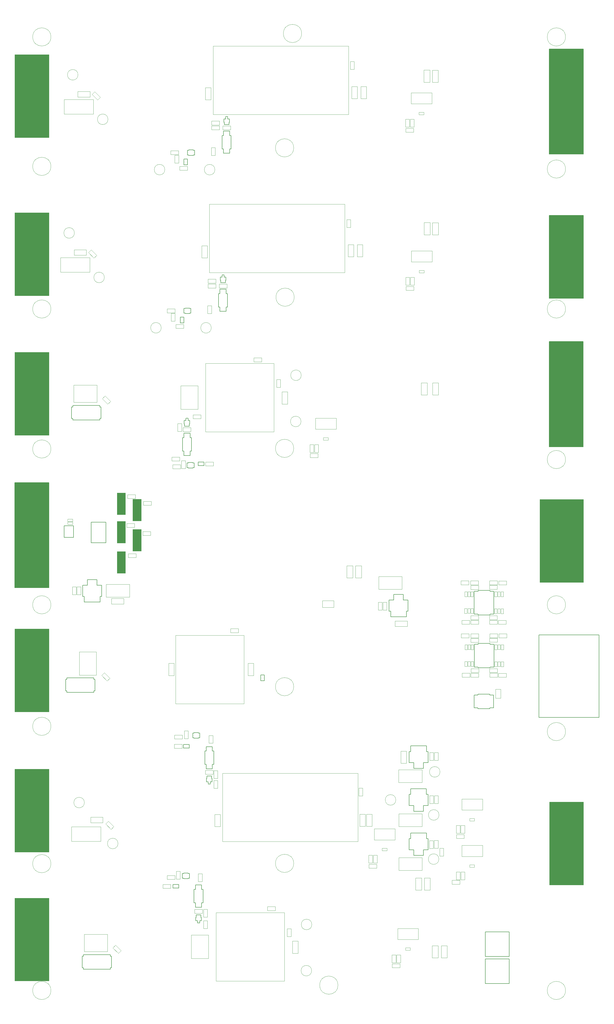
<source format=gbr>
%TF.GenerationSoftware,KiCad,Pcbnew,9.0.3*%
%TF.CreationDate,2025-09-16T14:08:45-04:00*%
%TF.ProjectId,11_CPU_PDU,31315f43-5055-45f5-9044-552e6b696361,rev?*%
%TF.SameCoordinates,Original*%
%TF.FileFunction,Other,User*%
%FSLAX46Y46*%
G04 Gerber Fmt 4.6, Leading zero omitted, Abs format (unit mm)*
G04 Created by KiCad (PCBNEW 9.0.3) date 2025-09-16 14:08:45*
%MOMM*%
%LPD*%
G01*
G04 APERTURE LIST*
%ADD10C,0.050000*%
%ADD11C,0.152400*%
%ADD12C,0.100000*%
%ADD13C,0.127000*%
G04 APERTURE END LIST*
D10*
%TO.C,R96*%
X353940000Y-256989999D02*
X356900000Y-256989999D01*
X353940000Y-258449999D02*
X353940000Y-256989999D01*
X356900000Y-256989999D02*
X356900000Y-258449999D01*
X356900000Y-258449999D02*
X353940000Y-258449999D01*
%TO.C,R104*%
X368220000Y-256999999D02*
X371180000Y-256999999D01*
X368220000Y-258459999D02*
X368220000Y-256999999D01*
X371180000Y-256999999D02*
X371180000Y-258459999D01*
X371180000Y-258459999D02*
X368220000Y-258459999D01*
D11*
%TO.C,F5*%
X210302401Y-379061000D02*
X210746901Y-379061000D01*
X210302401Y-383379000D02*
X210302401Y-379061000D01*
X210746901Y-378451400D02*
X220983101Y-378451400D01*
X210746901Y-379061000D02*
X210746901Y-378451400D01*
X210746901Y-383379000D02*
X210302401Y-383379000D01*
X210746901Y-383988600D02*
X210746901Y-383379000D01*
X220983101Y-378451400D02*
X220983101Y-379061000D01*
X220983101Y-379061000D02*
X221427601Y-379061000D01*
X220983101Y-383379000D02*
X220983101Y-383988600D01*
X220983101Y-383988600D02*
X210746901Y-383988600D01*
X221427601Y-379061000D02*
X221427601Y-383379000D01*
X221427601Y-383379000D02*
X220983101Y-383379000D01*
D10*
%TO.C,C112*%
X243045001Y-268167499D02*
X245145001Y-268167499D01*
X243045001Y-272787499D02*
X243045001Y-268167499D01*
X245145001Y-268167499D02*
X245145001Y-272787499D01*
X245145001Y-272787499D02*
X243045001Y-272787499D01*
%TO.C,C15*%
X255635001Y-110055000D02*
X257735001Y-110055000D01*
X255635001Y-114675000D02*
X255635001Y-110055000D01*
X257735001Y-110055000D02*
X257735001Y-114675000D01*
X257735001Y-114675000D02*
X255635001Y-114675000D01*
D11*
%TO.C,J15*%
X383379200Y-257350900D02*
X383379200Y-288669100D01*
X383379200Y-288669100D02*
X406188400Y-288669100D01*
X406188400Y-257350900D02*
X383379200Y-257350900D01*
X406188400Y-288669100D02*
X406188400Y-257350900D01*
D12*
%TO.C,J14*%
X400220000Y-237500000D02*
X383720000Y-237500000D01*
X383720000Y-206090000D01*
X400220000Y-206090000D01*
X400220000Y-237500000D01*
G36*
X400220000Y-237500000D02*
G01*
X383720000Y-237500000D01*
X383720000Y-206090000D01*
X400220000Y-206090000D01*
X400220000Y-237500000D01*
G37*
D10*
%TO.C,SEC_PWR3*%
X297245001Y-384520000D02*
G75*
G02*
X293245001Y-384520000I-2000000J0D01*
G01*
X293245001Y-384520000D02*
G75*
G02*
X297245001Y-384520000I2000000J0D01*
G01*
%TO.C,R28*%
X345785001Y-338194999D02*
X347245001Y-338194999D01*
X345785001Y-341154999D02*
X345785001Y-338194999D01*
X347245001Y-338194999D02*
X347245001Y-341154999D01*
X347245001Y-341154999D02*
X345785001Y-341154999D01*
%TO.C,R84*%
X366565850Y-241049999D02*
X367505850Y-241049999D01*
X366565850Y-242909999D02*
X366565850Y-241049999D01*
X367505850Y-241049999D02*
X367505850Y-242909999D01*
X367505850Y-242909999D02*
X366565850Y-242909999D01*
%TO.C,C102*%
X364750000Y-271899999D02*
X367710000Y-271899999D01*
X364750000Y-273359999D02*
X364750000Y-271899999D01*
X367710000Y-271899999D02*
X367710000Y-273359999D01*
X367710000Y-273359999D02*
X364750000Y-273359999D01*
D11*
%TO.C,M10*%
X264001001Y-62021000D02*
X264651001Y-62021000D01*
X264001001Y-63329000D02*
X264001001Y-62021000D01*
X264001001Y-63329000D02*
X264151001Y-63329000D01*
X264151001Y-63329000D02*
X264151001Y-64184599D01*
X264151001Y-64184599D02*
X265959001Y-64184599D01*
X264651001Y-61165401D02*
X265459001Y-61165401D01*
X264651001Y-62021000D02*
X264651001Y-61165401D01*
X265459001Y-62021000D02*
X265459001Y-61165401D01*
X265959001Y-63329000D02*
X265959001Y-64184599D01*
X266109001Y-62021000D02*
X265459001Y-62021000D01*
X266109001Y-62021000D02*
X266109001Y-63329000D01*
X266109001Y-63329000D02*
X265959001Y-63329000D01*
D12*
%TO.C,J13*%
X197685001Y-388400000D02*
X184765001Y-388400000D01*
X184765001Y-357000000D01*
X197685001Y-357000000D01*
X197685001Y-388400000D01*
G36*
X197685001Y-388400000D02*
G01*
X184765001Y-388400000D01*
X184765001Y-357000000D01*
X197685001Y-357000000D01*
X197685001Y-388400000D01*
G37*
D10*
%TO.C,R89*%
X355290000Y-267459999D02*
X356230000Y-267459999D01*
X355290000Y-269319999D02*
X355290000Y-267459999D01*
X356230000Y-267459999D02*
X356230000Y-269319999D01*
X356230000Y-269319999D02*
X355290000Y-269319999D01*
%TO.C,C88*%
X357515850Y-251859999D02*
X360475850Y-251859999D01*
X357515850Y-253319999D02*
X357515850Y-251859999D01*
X360475850Y-251859999D02*
X360475850Y-253319999D01*
X360475850Y-253319999D02*
X357515850Y-253319999D01*
%TO.C,R47*%
X252935003Y-361299998D02*
X255895003Y-361299998D01*
X252935003Y-362759998D02*
X252935003Y-361299998D01*
X255895003Y-361299998D02*
X255895003Y-362759998D01*
X255895003Y-362759998D02*
X252935003Y-362759998D01*
%TO.C,H4*%
X198450000Y-392000000D02*
G75*
G02*
X191550000Y-392000000I-3450000J0D01*
G01*
X191550000Y-392000000D02*
G75*
G02*
X198450000Y-392000000I3450000J0D01*
G01*
D11*
%TO.C,LED3*%
X248680101Y-298856499D02*
X250889901Y-298856499D01*
X248680101Y-298945399D02*
X248680101Y-298856499D01*
X248680101Y-298945399D02*
X248680101Y-298945399D01*
X248680101Y-300164599D02*
X248680101Y-298945399D01*
X248680101Y-300164599D02*
X248680101Y-300164599D01*
X248680101Y-300253499D02*
X248680101Y-300164599D01*
X250889901Y-298856499D02*
X250889901Y-298945399D01*
X250889901Y-298945399D02*
X250889901Y-298945399D01*
X250889901Y-298945399D02*
X250889901Y-300164599D01*
X250889901Y-300164599D02*
X250889901Y-300164599D01*
X250889901Y-300164599D02*
X250889901Y-300253499D01*
X250889901Y-300253499D02*
X248680101Y-300253499D01*
%TO.C,Q4*%
X248300701Y-182702300D02*
X248834101Y-182702300D01*
X248300701Y-187807700D02*
X248300701Y-182702300D01*
X248834101Y-181051300D02*
X248834101Y-182702300D01*
X248834101Y-181051300D02*
X251170901Y-181051300D01*
X248834101Y-187807700D02*
X248300701Y-187807700D01*
X248834101Y-189458700D02*
X248834101Y-187807700D01*
X251170901Y-181051300D02*
X251170901Y-182702300D01*
X251170901Y-182702300D02*
X251704301Y-182702300D01*
X251170901Y-189458700D02*
X248834101Y-189458700D01*
X251170901Y-189458700D02*
X251170901Y-187807700D01*
X251704301Y-182702300D02*
X251704301Y-187807700D01*
X251704301Y-187807700D02*
X251170901Y-187807700D01*
D12*
%TO.C,J10*%
X226633200Y-211845000D02*
X223493200Y-211845000D01*
X223493200Y-203625000D01*
X226633200Y-203625000D01*
X226633200Y-211845000D01*
G36*
X226633200Y-211845000D02*
G01*
X223493200Y-211845000D01*
X223493200Y-203625000D01*
X226633200Y-203625000D01*
X226633200Y-211845000D01*
G37*
D10*
%TO.C,R40*%
X247933001Y-191413000D02*
X249393001Y-191413000D01*
X247933001Y-194373000D02*
X247933001Y-191413000D01*
X249393001Y-191413000D02*
X249393001Y-194373000D01*
X249393001Y-194373000D02*
X247933001Y-194373000D01*
D11*
%TO.C,M9*%
X253361002Y-364280998D02*
X253511002Y-364280998D01*
X253361002Y-365588998D02*
X253361002Y-364280998D01*
X253361002Y-365588998D02*
X254011002Y-365588998D01*
X253511002Y-364280998D02*
X253511002Y-363425399D01*
X254011002Y-365588998D02*
X254011002Y-366444597D01*
X254819002Y-365588998D02*
X254819002Y-366444597D01*
X254819002Y-366444597D02*
X254011002Y-366444597D01*
X255319002Y-363425399D02*
X253511002Y-363425399D01*
X255319002Y-364280998D02*
X255319002Y-363425399D01*
X255469002Y-364280998D02*
X255319002Y-364280998D01*
X255469002Y-364280998D02*
X255469002Y-365588998D01*
X255469002Y-365588998D02*
X254819002Y-365588998D01*
D10*
%TO.C,8.2V1*%
X345902501Y-309244999D02*
G75*
G02*
X341902501Y-309244999I-2000000J0D01*
G01*
X341902501Y-309244999D02*
G75*
G02*
X345902501Y-309244999I2000000J0D01*
G01*
%TO.C,5V2*%
X293235001Y-176584999D02*
G75*
G02*
X289235001Y-176584999I-2000000J0D01*
G01*
X289235001Y-176584999D02*
G75*
G02*
X293235001Y-176584999I2000000J0D01*
G01*
%TO.C,C79*%
X352017501Y-347095000D02*
X353477501Y-347095000D01*
X352017501Y-350055000D02*
X352017501Y-347095000D01*
X353477501Y-347095000D02*
X353477501Y-350055000D01*
X353477501Y-350055000D02*
X352017501Y-350055000D01*
%TO.C,U3*%
X263507501Y-309754999D02*
X263507501Y-335654999D01*
X263507501Y-335654999D02*
X314807501Y-335654999D01*
X314807501Y-309754999D02*
X263507501Y-309754999D01*
X314807501Y-335654999D02*
X314807501Y-309754999D01*
%TO.C,H19*%
X293450000Y-29690000D02*
G75*
G02*
X286550000Y-29690000I-3450000J0D01*
G01*
X286550000Y-29690000D02*
G75*
G02*
X293450000Y-29690000I3450000J0D01*
G01*
%TO.C,R81*%
X368945850Y-247489999D02*
X369885850Y-247489999D01*
X368945850Y-249349999D02*
X368945850Y-247489999D01*
X369885850Y-247489999D02*
X369885850Y-249349999D01*
X369885850Y-249349999D02*
X368945850Y-249349999D01*
D11*
%TO.C,M5*%
X248289501Y-347733000D02*
X248772101Y-347733000D01*
X248289501Y-349511000D02*
X248289501Y-347733000D01*
X248772101Y-347567900D02*
X250473901Y-347567900D01*
X248772101Y-347733000D02*
X248772101Y-347567900D01*
X248772101Y-349511000D02*
X248289501Y-349511000D01*
X248772101Y-349676100D02*
X248772101Y-349511000D01*
X250473901Y-347567900D02*
X250473901Y-347733000D01*
X250473901Y-347733000D02*
X250956501Y-347733000D01*
X250473901Y-349511000D02*
X250473901Y-349676100D01*
X250473901Y-349676100D02*
X248772101Y-349676100D01*
X250956501Y-347733000D02*
X250956501Y-349511000D01*
X250956501Y-349511000D02*
X250473901Y-349511000D01*
D13*
%TO.C,J7*%
X197685001Y-239545000D02*
X184765001Y-239545000D01*
X184765001Y-199745000D01*
X197685001Y-199745000D01*
X197685001Y-239545000D01*
G36*
X197685001Y-239545000D02*
G01*
X184765001Y-239545000D01*
X184765001Y-199745000D01*
X197685001Y-199745000D01*
X197685001Y-239545000D01*
G37*
D10*
%TO.C,R76*%
X357535850Y-241049999D02*
X358475850Y-241049999D01*
X357535850Y-242909999D02*
X357535850Y-241049999D01*
X358475850Y-241049999D02*
X358475850Y-242909999D01*
X358475850Y-242909999D02*
X357535850Y-242909999D01*
%TO.C,R68*%
X298350000Y-185350000D02*
X299810000Y-185350000D01*
X298350000Y-188310000D02*
X298350000Y-185350000D01*
X299810000Y-185350000D02*
X299810000Y-188310000D01*
X299810000Y-188310000D02*
X298350000Y-188310000D01*
%TO.C,C58*%
X290015001Y-373310000D02*
X292115001Y-373310000D01*
X290015001Y-377930000D02*
X290015001Y-373310000D01*
X292115001Y-373310000D02*
X292115001Y-377930000D01*
X292115001Y-377930000D02*
X290015001Y-377930000D01*
%TO.C,R110*%
X233303200Y-218245000D02*
X236263200Y-218245000D01*
X233303200Y-219705000D02*
X233303200Y-218245000D01*
X236263200Y-218245000D02*
X236263200Y-219705000D01*
X236263200Y-219705000D02*
X233303200Y-219705000D01*
%TO.C,CHASSIS1*%
X301375000Y-244415000D02*
X301375000Y-246945000D01*
X301375000Y-246945000D02*
X305685000Y-246945000D01*
X305685000Y-244415000D02*
X301375000Y-244415000D01*
X305685000Y-246945000D02*
X305685000Y-244415000D01*
%TO.C,C90*%
X367765850Y-247479999D02*
X368685850Y-247479999D01*
X367765850Y-249299999D02*
X367765850Y-247479999D01*
X368685850Y-247479999D02*
X368685850Y-249299999D01*
X368685850Y-249299999D02*
X367765850Y-249299999D01*
%TO.C,R60*%
X318955001Y-344235000D02*
X321915001Y-344235000D01*
X318955001Y-345695000D02*
X318955001Y-344235000D01*
X321915001Y-344235000D02*
X321915001Y-345695000D01*
X321915001Y-345695000D02*
X318955001Y-345695000D01*
%TO.C,C73*%
X332925001Y-122045000D02*
X334385001Y-122045000D01*
X332925001Y-125005000D02*
X332925001Y-122045000D01*
X334385001Y-122045000D02*
X334385001Y-125005000D01*
X334385001Y-125005000D02*
X332925001Y-125005000D01*
%TO.C,R64*%
X354157501Y-337075000D02*
X362017501Y-337075000D01*
X354157501Y-341255000D02*
X354157501Y-337075000D01*
X362017501Y-337075000D02*
X362017501Y-341255000D01*
X362017501Y-341255000D02*
X354157501Y-341255000D01*
%TO.C,C65*%
X211102501Y-370790000D02*
X219922501Y-370790000D01*
X211102501Y-377290000D02*
X211102501Y-370790000D01*
X219922501Y-370790000D02*
X219922501Y-377290000D01*
X219922501Y-377290000D02*
X211102501Y-377290000D01*
%TO.C,SEC_RTN1*%
X208725001Y-45335000D02*
G75*
G02*
X204725001Y-45335000I-2000000J0D01*
G01*
X204725001Y-45335000D02*
G75*
G02*
X208725001Y-45335000I2000000J0D01*
G01*
%TO.C,R13*%
X257975001Y-122715000D02*
X260935001Y-122715000D01*
X257975001Y-124175000D02*
X257975001Y-122715000D01*
X260935001Y-122715000D02*
X260935001Y-124175000D01*
X260935001Y-124175000D02*
X257975001Y-124175000D01*
%TO.C,R85*%
X364625850Y-250129999D02*
X367585850Y-250129999D01*
X364625850Y-251589999D02*
X364625850Y-250129999D01*
X367585850Y-250129999D02*
X367585850Y-251589999D01*
X367585850Y-251589999D02*
X364625850Y-251589999D01*
%TO.C,R51*%
X366960000Y-277989999D02*
X368860000Y-277989999D01*
X366960000Y-281349999D02*
X366960000Y-277989999D01*
X368860000Y-277989999D02*
X368860000Y-281349999D01*
X368860000Y-281349999D02*
X366960000Y-281349999D01*
%TO.C,R10*%
X212662295Y-112644670D02*
X213694671Y-111612294D01*
X213694671Y-111612294D02*
X215787707Y-113705330D01*
X214755331Y-114737706D02*
X212662295Y-112644670D01*
X215787707Y-113705330D02*
X214755331Y-114737706D01*
%TO.C,SEC_RTN2*%
X218715001Y-122055000D02*
G75*
G02*
X214715001Y-122055000I-2000000J0D01*
G01*
X214715001Y-122055000D02*
G75*
G02*
X218715001Y-122055000I2000000J0D01*
G01*
%TO.C,R45*%
X240891001Y-351840000D02*
X243851001Y-351840000D01*
X240891001Y-353300000D02*
X240891001Y-351840000D01*
X243851001Y-351840000D02*
X243851001Y-353300000D01*
X243851001Y-353300000D02*
X240891001Y-353300000D01*
%TO.C,C47*%
X247665001Y-163102501D02*
X254165001Y-163102501D01*
X247665001Y-171922501D02*
X247665001Y-163102501D01*
X254165001Y-163102501D02*
X254165001Y-171922501D01*
X254165001Y-171922501D02*
X247665001Y-171922501D01*
%TO.C,R44*%
X256275001Y-365600000D02*
X257735001Y-365600000D01*
X256275001Y-368560000D02*
X256275001Y-365600000D01*
X257735001Y-365600000D02*
X257735001Y-368560000D01*
X257735001Y-368560000D02*
X256275001Y-368560000D01*
%TO.C,C70*%
X337915001Y-59525000D02*
X339735001Y-59525000D01*
X337915001Y-60445000D02*
X337915001Y-59525000D01*
X339735001Y-59525000D02*
X339735001Y-60445000D01*
X339735001Y-60445000D02*
X337915001Y-60445000D01*
%TO.C,R103*%
X364700000Y-258669999D02*
X367660000Y-258669999D01*
X364700000Y-260129999D02*
X364700000Y-258669999D01*
X367660000Y-258669999D02*
X367660000Y-260129999D01*
X367660000Y-260129999D02*
X364700000Y-260129999D01*
%TO.C,C57*%
X251675001Y-371037500D02*
X258175001Y-371037500D01*
X251675001Y-379857500D02*
X251675001Y-371037500D01*
X258175001Y-371037500D02*
X258175001Y-379857500D01*
X258175001Y-379857500D02*
X251675001Y-379857500D01*
%TO.C,C135*%
X342910000Y-375060000D02*
X345210000Y-375060000D01*
X342910000Y-379660000D02*
X342910000Y-375060000D01*
X345210000Y-375060000D02*
X345210000Y-379660000D01*
X345210000Y-379660000D02*
X342910000Y-379660000D01*
%TO.C,C11*%
X208635001Y-51685000D02*
X213255001Y-51685000D01*
X208635001Y-53785000D02*
X208635001Y-51685000D01*
X213255001Y-51685000D02*
X213255001Y-53785000D01*
X213255001Y-53785000D02*
X208635001Y-53785000D01*
%TO.C,C67*%
X328850000Y-252103750D02*
X333470000Y-252103750D01*
X328850000Y-254203750D02*
X328850000Y-252103750D01*
X333470000Y-252103750D02*
X333470000Y-254203750D01*
X333470000Y-254203750D02*
X328850000Y-254203750D01*
%TO.C,C131*%
X339770000Y-43560000D02*
X342070000Y-43560000D01*
X339770000Y-48160000D02*
X339770000Y-43560000D01*
X342070000Y-43560000D02*
X342070000Y-48160000D01*
X342070000Y-48160000D02*
X339770000Y-48160000D01*
%TO.C,C103*%
X364740000Y-256989999D02*
X367700000Y-256989999D01*
X364740000Y-258449999D02*
X364740000Y-256989999D01*
X367700000Y-256989999D02*
X367700000Y-258449999D01*
X367700000Y-258449999D02*
X364740000Y-258449999D01*
D11*
%TO.C,M3*%
X252201501Y-294565999D02*
X252684101Y-294565999D01*
X252201501Y-296343999D02*
X252201501Y-294565999D01*
X252684101Y-294400899D02*
X254385901Y-294400899D01*
X252684101Y-294565999D02*
X252684101Y-294400899D01*
X252684101Y-296343999D02*
X252201501Y-296343999D01*
X252684101Y-296509099D02*
X252684101Y-296343999D01*
X254385901Y-294400899D02*
X254385901Y-294565999D01*
X254385901Y-294565999D02*
X254868501Y-294565999D01*
X254385901Y-296343999D02*
X254385901Y-296509099D01*
X254385901Y-296509099D02*
X252684101Y-296509099D01*
X254868501Y-294565999D02*
X254868501Y-296343999D01*
X254868501Y-296343999D02*
X254385901Y-296343999D01*
D10*
%TO.C,H11*%
X393450000Y-294000000D02*
G75*
G02*
X386550000Y-294000000I-3450000J0D01*
G01*
X386550000Y-294000000D02*
G75*
G02*
X393450000Y-294000000I3450000J0D01*
G01*
%TO.C,H10*%
X393450000Y-392000000D02*
G75*
G02*
X386550000Y-392000000I-3450000J0D01*
G01*
X386550000Y-392000000D02*
G75*
G02*
X393450000Y-392000000I3450000J0D01*
G01*
%TO.C,R113*%
X310550000Y-231200000D02*
X312810000Y-231200000D01*
X310550000Y-235760000D02*
X310550000Y-231200000D01*
X312810000Y-231200000D02*
X312810000Y-235760000D01*
X312810000Y-235760000D02*
X310550000Y-235760000D01*
%TO.C,R25*%
X256965001Y-308664999D02*
X259925001Y-308664999D01*
X256965001Y-310124999D02*
X256965001Y-308664999D01*
X259925001Y-308664999D02*
X259925001Y-310124999D01*
X259925001Y-310124999D02*
X256965001Y-310124999D01*
%TO.C,C78*%
X357117501Y-344435000D02*
X358937501Y-344435000D01*
X357117501Y-345355000D02*
X357117501Y-344435000D01*
X358937501Y-344435000D02*
X358937501Y-345355000D01*
X358937501Y-345355000D02*
X357117501Y-345355000D01*
%TO.C,C17*%
X314515001Y-109625000D02*
X316615001Y-109625000D01*
X314515001Y-114245000D02*
X314515001Y-109625000D01*
X316615001Y-109625000D02*
X316615001Y-114245000D01*
X316615001Y-114245000D02*
X314515001Y-114245000D01*
%TO.C,R107*%
X233553200Y-206825000D02*
X236513200Y-206825000D01*
X233553200Y-208285000D02*
X233553200Y-206825000D01*
X236513200Y-206825000D02*
X236513200Y-208285000D01*
X236513200Y-208285000D02*
X233553200Y-208285000D01*
%TO.C,R20*%
X315155001Y-315384999D02*
X316615001Y-315384999D01*
X315155001Y-318344999D02*
X315155001Y-315384999D01*
X316615001Y-315384999D02*
X316615001Y-318344999D01*
X316615001Y-318344999D02*
X315155001Y-318344999D01*
%TO.C,R31*%
X341972501Y-301884999D02*
X343432501Y-301884999D01*
X341972501Y-304844999D02*
X341972501Y-301884999D01*
X343432501Y-301884999D02*
X343432501Y-304844999D01*
X343432501Y-304844999D02*
X341972501Y-304844999D01*
D12*
%TO.C,J12*%
X232633200Y-225635000D02*
X229493200Y-225635000D01*
X229493200Y-217415000D01*
X232633200Y-217415000D01*
X232633200Y-225635000D01*
G36*
X232633200Y-225635000D02*
G01*
X229493200Y-225635000D01*
X229493200Y-217415000D01*
X232633200Y-217415000D01*
X232633200Y-225635000D01*
G37*
D10*
%TO.C,R50*%
X324260000Y-244993750D02*
X325720000Y-244993750D01*
X324260000Y-247953750D02*
X324260000Y-244993750D01*
X325720000Y-244993750D02*
X325720000Y-247953750D01*
X325720000Y-247953750D02*
X324260000Y-247953750D01*
%TO.C,U23*%
X245705001Y-257539999D02*
X271605001Y-257539999D01*
X245705001Y-283439999D02*
X245705001Y-257539999D01*
X271605001Y-257539999D02*
X271605001Y-283439999D01*
X271605001Y-283439999D02*
X245705001Y-283439999D01*
%TO.C,R22*%
X260195001Y-312484999D02*
X261655001Y-312484999D01*
X260195001Y-315444999D02*
X260195001Y-312484999D01*
X261655001Y-312484999D02*
X261655001Y-315444999D01*
X261655001Y-315444999D02*
X260195001Y-315444999D01*
%TO.C,U2*%
X258535001Y-94345000D02*
X258535001Y-120245000D01*
X258535001Y-120245000D02*
X309835001Y-120245000D01*
X309835001Y-94345000D02*
X258535001Y-94345000D01*
X309835001Y-120245000D02*
X309835001Y-94345000D01*
%TO.C,H20*%
X307210000Y-390000000D02*
G75*
G02*
X300310000Y-390000000I-3450000J0D01*
G01*
X300310000Y-390000000D02*
G75*
G02*
X307210000Y-390000000I3450000J0D01*
G01*
%TO.C,C133*%
X336660000Y-349430000D02*
X338960000Y-349430000D01*
X336660000Y-354030000D02*
X336660000Y-349430000D01*
X338960000Y-349430000D02*
X338960000Y-354030000D01*
X338960000Y-354030000D02*
X336660000Y-354030000D01*
%TO.C,R29*%
X341904001Y-335244999D02*
X343364001Y-335244999D01*
X341904001Y-338204999D02*
X341904001Y-335244999D01*
X343364001Y-335244999D02*
X343364001Y-338204999D01*
X343364001Y-338204999D02*
X341904001Y-338204999D01*
%TO.C,R101*%
X364700000Y-270179999D02*
X367660000Y-270179999D01*
X364700000Y-271639999D02*
X364700000Y-270179999D01*
X367660000Y-270179999D02*
X367660000Y-271639999D01*
X367660000Y-271639999D02*
X364700000Y-271639999D01*
%TO.C,C130*%
X313850000Y-231200000D02*
X316150000Y-231200000D01*
X313850000Y-235800000D02*
X313850000Y-231200000D01*
X316150000Y-231200000D02*
X316150000Y-235800000D01*
X316150000Y-235800000D02*
X313850000Y-235800000D01*
%TO.C,C81*%
X296580000Y-185350000D02*
X298040000Y-185350000D01*
X296580000Y-188310000D02*
X296580000Y-185350000D01*
X298040000Y-185350000D02*
X298040000Y-188310000D01*
X298040000Y-188310000D02*
X296580000Y-188310000D01*
%TO.C,H1*%
X198450000Y-31000000D02*
G75*
G02*
X191550000Y-31000000I-3450000J0D01*
G01*
X191550000Y-31000000D02*
G75*
G02*
X198450000Y-31000000I3450000J0D01*
G01*
%TO.C,C55*%
X207092501Y-162855001D02*
X215912501Y-162855001D01*
X207092501Y-169355001D02*
X207092501Y-162855001D01*
X215912501Y-162855001D02*
X215912501Y-169355001D01*
X215912501Y-169355001D02*
X207092501Y-169355001D01*
%TO.C,C107*%
X204833200Y-214645000D02*
X206653200Y-214645000D01*
X204833200Y-215565000D02*
X204833200Y-214645000D01*
X206653200Y-214645000D02*
X206653200Y-215565000D01*
X206653200Y-215565000D02*
X204833200Y-215565000D01*
%TO.C,R16*%
X262195001Y-124575000D02*
X265155001Y-124575000D01*
X262195001Y-126035000D02*
X262195001Y-124575000D01*
X265155001Y-124575000D02*
X265155001Y-126035000D01*
X265155001Y-126035000D02*
X262195001Y-126035000D01*
%TO.C,R111*%
X217652295Y-272739669D02*
X218684671Y-271707293D01*
X218684671Y-271707293D02*
X220777707Y-273800329D01*
X219745331Y-274832705D02*
X217652295Y-272739669D01*
X220777707Y-273800329D02*
X219745331Y-274832705D01*
%TO.C,C68*%
X322657500Y-235283750D02*
X331477500Y-235283750D01*
X322657500Y-240083750D02*
X322657500Y-235283750D01*
X331477500Y-235283750D02*
X331477500Y-240083750D01*
X331477500Y-240083750D02*
X322657500Y-240083750D01*
%TO.C,C72*%
X338025001Y-119385000D02*
X339845001Y-119385000D01*
X338025001Y-120305000D02*
X338025001Y-119385000D01*
X339845001Y-119385000D02*
X339845001Y-120305000D01*
X339845001Y-120305000D02*
X338025001Y-120305000D01*
D12*
%TO.C,J11*%
X226633200Y-222605000D02*
X223493200Y-222605000D01*
X223493200Y-214385000D01*
X226633200Y-214385000D01*
X226633200Y-222605000D01*
G36*
X226633200Y-222605000D02*
G01*
X223493200Y-222605000D01*
X223493200Y-214385000D01*
X226633200Y-214385000D01*
X226633200Y-222605000D01*
G37*
D10*
%TO.C,R30*%
X341942501Y-318234999D02*
X343402501Y-318234999D01*
X341942501Y-321194999D02*
X341942501Y-318234999D01*
X343402501Y-318234999D02*
X343402501Y-321194999D01*
X343402501Y-321194999D02*
X341942501Y-321194999D01*
%TO.C,R5*%
X247205001Y-79985000D02*
X250165001Y-79985000D01*
X247205001Y-81445000D02*
X247205001Y-79985000D01*
X250165001Y-79985000D02*
X250165001Y-81445000D01*
X250165001Y-81445000D02*
X247205001Y-81445000D01*
%TO.C,R17*%
X242465001Y-133975000D02*
X245425001Y-133975000D01*
X242465001Y-135435000D02*
X242465001Y-133975000D01*
X245425001Y-133975000D02*
X245425001Y-135435000D01*
X245425001Y-135435000D02*
X242465001Y-135435000D01*
%TO.C,R3*%
X259227001Y-72863000D02*
X260687001Y-72863000D01*
X259227001Y-75823000D02*
X259227001Y-72863000D01*
X260687001Y-72863000D02*
X260687001Y-75823000D01*
X260687001Y-75823000D02*
X259227001Y-75823000D01*
%TO.C,C41*%
X330242501Y-308424999D02*
X339062501Y-308424999D01*
X330242501Y-313224999D02*
X330242501Y-308424999D01*
X339062501Y-308424999D02*
X339062501Y-313224999D01*
X339062501Y-313224999D02*
X330242501Y-313224999D01*
%TO.C,5V1*%
X345522501Y-325554999D02*
G75*
G02*
X341522501Y-325554999I-2000000J0D01*
G01*
X341522501Y-325554999D02*
G75*
G02*
X345522501Y-325554999I2000000J0D01*
G01*
%TO.C,R14*%
X245835001Y-139855000D02*
X248795001Y-139855000D01*
X245835001Y-141315000D02*
X245835001Y-139855000D01*
X248795001Y-139855000D02*
X248795001Y-141315000D01*
X248795001Y-141315000D02*
X245835001Y-141315000D01*
%TO.C,R57*%
X333005001Y-125455000D02*
X335965001Y-125455000D01*
X333005001Y-126915000D02*
X333005001Y-125455000D01*
X335965001Y-125455000D02*
X335965001Y-126915000D01*
X335965001Y-126915000D02*
X333005001Y-126915000D01*
D11*
%TO.C,U18*%
X358847450Y-240869299D02*
X360307950Y-240869299D01*
X358847450Y-249530699D02*
X358847450Y-240869299D01*
X358847450Y-249530699D02*
X360307950Y-249530699D01*
X360307950Y-240577199D02*
X364803750Y-240577199D01*
X360307950Y-240869299D02*
X360307950Y-240577199D01*
X360307950Y-249822799D02*
X360307950Y-249530699D01*
X364803750Y-240577199D02*
X364803750Y-240869299D01*
X364803750Y-249530699D02*
X364803750Y-249822799D01*
X364803750Y-249822799D02*
X360307950Y-249822799D01*
X366264250Y-240869299D02*
X364803750Y-240869299D01*
X366264250Y-240869299D02*
X366264250Y-249530699D01*
X366264250Y-249530699D02*
X364803750Y-249530699D01*
D10*
%TO.C,R74*%
X357535850Y-247379999D02*
X358475850Y-247379999D01*
X357535850Y-249239999D02*
X357535850Y-247379999D01*
X358475850Y-247379999D02*
X358475850Y-249239999D01*
X358475850Y-249239999D02*
X357535850Y-249239999D01*
%TO.C,C66*%
X280485001Y-360280000D02*
X283445001Y-360280000D01*
X280485001Y-361740000D02*
X280485001Y-360280000D01*
X283445001Y-360280000D02*
X283445001Y-361740000D01*
X283445001Y-361740000D02*
X280485001Y-361740000D01*
%TO.C,H21*%
X290450000Y-186770000D02*
G75*
G02*
X283550000Y-186770000I-3450000J0D01*
G01*
X283550000Y-186770000D02*
G75*
G02*
X290450000Y-186770000I3450000J0D01*
G01*
D11*
%TO.C,LED4*%
X254258101Y-191924500D02*
X256467901Y-191924500D01*
X254258101Y-192013400D02*
X254258101Y-191924500D01*
X254258101Y-192013400D02*
X254258101Y-192013400D01*
X254258101Y-193232600D02*
X254258101Y-192013400D01*
X254258101Y-193232600D02*
X254258101Y-193232600D01*
X254258101Y-193321500D02*
X254258101Y-193232600D01*
X256467901Y-191924500D02*
X256467901Y-192013400D01*
X256467901Y-192013400D02*
X256467901Y-192013400D01*
X256467901Y-192013400D02*
X256467901Y-193232600D01*
X256467901Y-193232600D02*
X256467901Y-193232600D01*
X256467901Y-193232600D02*
X256467901Y-193321500D01*
X256467901Y-193321500D02*
X254258101Y-193321500D01*
D13*
%TO.C,J18*%
X400220000Y-75320000D02*
X387300000Y-75320000D01*
X387300000Y-35520000D01*
X400220000Y-35520000D01*
X400220000Y-75320000D01*
G36*
X400220000Y-75320000D02*
G01*
X387300000Y-75320000D01*
X387300000Y-35520000D01*
X400220000Y-35520000D01*
X400220000Y-75320000D01*
G37*
D10*
%TO.C,R53*%
X334585001Y-62185000D02*
X336045001Y-62185000D01*
X334585001Y-65145000D02*
X334585001Y-62185000D01*
X336045001Y-62185000D02*
X336045001Y-65145000D01*
X336045001Y-65145000D02*
X334585001Y-65145000D01*
%TO.C,C46*%
X343732501Y-301904999D02*
X345192501Y-301904999D01*
X343732501Y-304864999D02*
X343732501Y-301904999D01*
X345192501Y-301904999D02*
X345192501Y-304864999D01*
X345192501Y-304864999D02*
X343732501Y-304864999D01*
D11*
%TO.C,U20*%
X210497900Y-238596800D02*
X212275900Y-238596800D01*
X210497900Y-242813200D02*
X210497900Y-238596800D01*
X211120200Y-242813200D02*
X210497900Y-242813200D01*
X211120200Y-244959500D02*
X211120200Y-242813200D01*
X212275900Y-236450500D02*
X215933500Y-236450500D01*
X212275900Y-238596800D02*
X212275900Y-236450500D01*
X215933500Y-236450500D02*
X215933500Y-238596800D01*
X215933500Y-238596800D02*
X217711500Y-238596800D01*
X217089200Y-242813200D02*
X217089200Y-244959500D01*
X217089200Y-244959500D02*
X211120200Y-244959500D01*
X217711500Y-238596800D02*
X217711500Y-242813200D01*
X217711500Y-242813200D02*
X217089200Y-242813200D01*
%TO.C,M1*%
X250201501Y-73946000D02*
X250684101Y-73946000D01*
X250201501Y-75724000D02*
X250201501Y-73946000D01*
X250684101Y-73780900D02*
X252385901Y-73780900D01*
X250684101Y-73946000D02*
X250684101Y-73780900D01*
X250684101Y-75724000D02*
X250201501Y-75724000D01*
X250684101Y-75889100D02*
X250684101Y-75724000D01*
X252385901Y-73780900D02*
X252385901Y-73946000D01*
X252385901Y-73946000D02*
X252868501Y-73946000D01*
X252385901Y-75724000D02*
X252385901Y-75889100D01*
X252385901Y-75889100D02*
X250684101Y-75889100D01*
X252868501Y-73946000D02*
X252868501Y-75724000D01*
X252868501Y-75724000D02*
X252385901Y-75724000D01*
D10*
%TO.C,H22*%
X290450000Y-343890000D02*
G75*
G02*
X283550000Y-343890000I-3450000J0D01*
G01*
X283550000Y-343890000D02*
G75*
G02*
X290450000Y-343890000I3450000J0D01*
G01*
%TO.C,R4*%
X259345001Y-62845000D02*
X262305001Y-62845000D01*
X259345001Y-64305000D02*
X259345001Y-62845000D01*
X262305001Y-62845000D02*
X262305001Y-64305000D01*
X262305001Y-64305000D02*
X259345001Y-64305000D01*
%TO.C,R2*%
X311935001Y-40275000D02*
X313395001Y-40275000D01*
X311935001Y-43235000D02*
X311935001Y-40275000D01*
X313395001Y-40275000D02*
X313395001Y-43235000D01*
X313395001Y-43235000D02*
X311935001Y-43235000D01*
D11*
%TO.C,U6*%
X334174201Y-301556799D02*
X334796501Y-301556799D01*
X334174201Y-305773199D02*
X334174201Y-301556799D01*
X334796501Y-299410499D02*
X340765501Y-299410499D01*
X334796501Y-301556799D02*
X334796501Y-299410499D01*
X335952201Y-305773199D02*
X334174201Y-305773199D01*
X335952201Y-307919499D02*
X335952201Y-305773199D01*
X339609801Y-305773199D02*
X339609801Y-307919499D01*
X339609801Y-307919499D02*
X335952201Y-307919499D01*
X340765501Y-299410499D02*
X340765501Y-301556799D01*
X340765501Y-301556799D02*
X341387801Y-301556799D01*
X341387801Y-301556799D02*
X341387801Y-305773199D01*
X341387801Y-305773199D02*
X339609801Y-305773199D01*
D10*
%TO.C,C69*%
X322490000Y-244993750D02*
X323950000Y-244993750D01*
X322490000Y-247953750D02*
X322490000Y-244993750D01*
X323950000Y-244993750D02*
X323950000Y-247953750D01*
X323950000Y-247953750D02*
X322490000Y-247953750D01*
%TO.C,C75*%
X318875001Y-340825000D02*
X320335001Y-340825000D01*
X318875001Y-343785000D02*
X318875001Y-340825000D01*
X320335001Y-340825000D02*
X320335001Y-343785000D01*
X320335001Y-343785000D02*
X318875001Y-343785000D01*
D11*
%TO.C,LED1*%
X248816501Y-77210100D02*
X248905401Y-77210100D01*
X248816501Y-79419900D02*
X248816501Y-77210100D01*
X248905401Y-77210100D02*
X248905401Y-77210100D01*
X248905401Y-77210100D02*
X250124601Y-77210100D01*
X248905401Y-79419900D02*
X248816501Y-79419900D01*
X248905401Y-79419900D02*
X248905401Y-79419900D01*
X250124601Y-77210100D02*
X250124601Y-77210100D01*
X250124601Y-77210100D02*
X250213501Y-77210100D01*
X250124601Y-79419900D02*
X248905401Y-79419900D01*
X250124601Y-79419900D02*
X250124601Y-79419900D01*
X250213501Y-77210100D02*
X250213501Y-79419900D01*
X250213501Y-79419900D02*
X250124601Y-79419900D01*
D10*
%TO.C,R93*%
X357630000Y-270179999D02*
X360590000Y-270179999D01*
X357630000Y-271639999D02*
X357630000Y-270179999D01*
X360590000Y-270179999D02*
X360590000Y-271639999D01*
X360590000Y-271639999D02*
X357630000Y-271639999D01*
%TO.C,R90*%
X357610000Y-267429999D02*
X358550000Y-267429999D01*
X357610000Y-269289999D02*
X357610000Y-267429999D01*
X358550000Y-267429999D02*
X358550000Y-269289999D01*
X358550000Y-269289999D02*
X357610000Y-269289999D01*
%TO.C,R11*%
X310565001Y-100145000D02*
X312025001Y-100145000D01*
X310565001Y-103105000D02*
X310565001Y-100145000D01*
X312025001Y-100145000D02*
X312025001Y-103105000D01*
X312025001Y-103105000D02*
X310565001Y-103105000D01*
D12*
%TO.C,J9*%
X232633200Y-214215000D02*
X229493200Y-214215000D01*
X229493200Y-205995000D01*
X232633200Y-205995000D01*
X232633200Y-214215000D01*
G36*
X232633200Y-214215000D02*
G01*
X229493200Y-214215000D01*
X229493200Y-205995000D01*
X232633200Y-205995000D01*
X232633200Y-214215000D01*
G37*
D10*
%TO.C,R118*%
X346340000Y-375110000D02*
X348600000Y-375110000D01*
X346340000Y-379670000D02*
X346340000Y-375110000D01*
X348600000Y-375110000D02*
X348600000Y-379670000D01*
X348600000Y-379670000D02*
X346340000Y-379670000D01*
%TO.C,R15*%
X257970001Y-124575000D02*
X260930001Y-124575000D01*
X257970001Y-126035000D02*
X257970001Y-124575000D01*
X260930001Y-124575000D02*
X260930001Y-126035000D01*
X260930001Y-126035000D02*
X257970001Y-126035000D01*
%TO.C,R87*%
X364625850Y-238619999D02*
X367585850Y-238619999D01*
X364625850Y-240079999D02*
X364625850Y-238619999D01*
X367585850Y-238619999D02*
X367585850Y-240079999D01*
X367585850Y-240079999D02*
X364625850Y-240079999D01*
%TO.C,C120*%
X266535001Y-255039999D02*
X269495001Y-255039999D01*
X266535001Y-256499999D02*
X266535001Y-255039999D01*
X269495001Y-255039999D02*
X269495001Y-256499999D01*
X269495001Y-256499999D02*
X266535001Y-256499999D01*
%TO.C,R67*%
X298720000Y-175330000D02*
X306580000Y-175330000D01*
X298720000Y-179510000D02*
X298720000Y-175330000D01*
X306580000Y-175330000D02*
X306580000Y-179510000D01*
X306580000Y-179510000D02*
X298720000Y-179510000D01*
%TO.C,C44*%
X343704001Y-335214999D02*
X345164001Y-335214999D01*
X343704001Y-338174999D02*
X343704001Y-335214999D01*
X345164001Y-335214999D02*
X345164001Y-338174999D01*
X345164001Y-338174999D02*
X343704001Y-338174999D01*
%TO.C,R116*%
X339910000Y-349430000D02*
X342170000Y-349430000D01*
X339910000Y-353990000D02*
X339910000Y-349430000D01*
X342170000Y-349430000D02*
X342170000Y-353990000D01*
X342170000Y-353990000D02*
X339910000Y-353990000D01*
%TO.C,C96*%
X356490000Y-267439999D02*
X357410000Y-267439999D01*
X356490000Y-269259999D02*
X356490000Y-267439999D01*
X357410000Y-267439999D02*
X357410000Y-269259999D01*
X357410000Y-269259999D02*
X356490000Y-269259999D01*
%TO.C,8.2\u002C5\u002C3.3_RTN1*%
X329155001Y-319864999D02*
G75*
G02*
X325155001Y-319864999I-2000000J0D01*
G01*
X325155001Y-319864999D02*
G75*
G02*
X329155001Y-319864999I2000000J0D01*
G01*
D11*
%TO.C,Q3*%
X256763201Y-301342299D02*
X257296601Y-301342299D01*
X256763201Y-306447699D02*
X256763201Y-301342299D01*
X257296601Y-299691299D02*
X257296601Y-301342299D01*
X257296601Y-299691299D02*
X259633401Y-299691299D01*
X257296601Y-306447699D02*
X256763201Y-306447699D01*
X257296601Y-308098699D02*
X257296601Y-306447699D01*
X259633401Y-299691299D02*
X259633401Y-301342299D01*
X259633401Y-301342299D02*
X260166801Y-301342299D01*
X259633401Y-308098699D02*
X257296601Y-308098699D01*
X259633401Y-308098699D02*
X259633401Y-306447699D01*
X260166801Y-301342299D02*
X260166801Y-306447699D01*
X260166801Y-306447699D02*
X259633401Y-306447699D01*
D10*
%TO.C,C29*%
X315485001Y-325274999D02*
X317585001Y-325274999D01*
X315485001Y-329894999D02*
X315485001Y-325274999D01*
X317585001Y-325274999D02*
X317585001Y-329894999D01*
X317585001Y-329894999D02*
X315485001Y-329894999D01*
%TO.C,H15*%
X198450000Y-187000000D02*
G75*
G02*
X191550000Y-187000000I-3450000J0D01*
G01*
X191550000Y-187000000D02*
G75*
G02*
X198450000Y-187000000I3450000J0D01*
G01*
%TO.C,C132*%
X339845000Y-101280000D02*
X342145000Y-101280000D01*
X339845000Y-105880000D02*
X339845000Y-101280000D01*
X342145000Y-101280000D02*
X342145000Y-105880000D01*
X342145000Y-105880000D02*
X339845000Y-105880000D01*
D12*
%TO.C,J8*%
X226633200Y-234025000D02*
X223493200Y-234025000D01*
X223493200Y-225805000D01*
X226633200Y-225805000D01*
X226633200Y-234025000D01*
G36*
X226633200Y-234025000D02*
G01*
X223493200Y-234025000D01*
X223493200Y-225805000D01*
X226633200Y-225805000D01*
X226633200Y-234025000D01*
G37*
%TO.C,J3*%
X197685001Y-339610000D02*
X184765001Y-339610000D01*
X184765001Y-308210000D01*
X197685001Y-308210000D01*
X197685001Y-339610000D01*
G36*
X197685001Y-339610000D02*
G01*
X184765001Y-339610000D01*
X184765001Y-308210000D01*
X197685001Y-308210000D01*
X197685001Y-339610000D01*
G37*
D10*
%TO.C,R21*%
X258365001Y-295444999D02*
X259825001Y-295444999D01*
X258365001Y-298404999D02*
X258365001Y-295444999D01*
X259825001Y-295444999D02*
X259825001Y-298404999D01*
X259825001Y-298404999D02*
X258365001Y-298404999D01*
D11*
%TO.C,LED2*%
X247446501Y-137080100D02*
X247535401Y-137080100D01*
X247446501Y-139289900D02*
X247446501Y-137080100D01*
X247535401Y-137080100D02*
X247535401Y-137080100D01*
X247535401Y-137080100D02*
X248754601Y-137080100D01*
X247535401Y-139289900D02*
X247446501Y-139289900D01*
X247535401Y-139289900D02*
X247535401Y-139289900D01*
X248754601Y-137080100D02*
X248754601Y-137080100D01*
X248754601Y-137080100D02*
X248843501Y-137080100D01*
X248754601Y-139289900D02*
X247535401Y-139289900D01*
X248754601Y-139289900D02*
X248754601Y-139289900D01*
X248843501Y-137080100D02*
X248843501Y-139289900D01*
X248843501Y-139289900D02*
X248754601Y-139289900D01*
D10*
%TO.C,R37*%
X246495001Y-177365000D02*
X247955001Y-177365000D01*
X246495001Y-180325000D02*
X246495001Y-177365000D01*
X247955001Y-177365000D02*
X247955001Y-180325000D01*
X247955001Y-180325000D02*
X246495001Y-180325000D01*
%TO.C,C92*%
X364675850Y-251849999D02*
X367635850Y-251849999D01*
X364675850Y-253309999D02*
X364675850Y-251849999D01*
X367635850Y-251849999D02*
X367635850Y-253309999D01*
X367635850Y-253309999D02*
X364675850Y-253309999D01*
%TO.C,H5*%
X198450000Y-344000000D02*
G75*
G02*
X191550000Y-344000000I-3450000J0D01*
G01*
X191550000Y-344000000D02*
G75*
G02*
X198450000Y-344000000I3450000J0D01*
G01*
%TO.C,C40*%
X331052501Y-301384999D02*
X333152501Y-301384999D01*
X331052501Y-306004999D02*
X331052501Y-301384999D01*
X333152501Y-301384999D02*
X333152501Y-306004999D01*
X333152501Y-306004999D02*
X331052501Y-306004999D01*
%TO.C,C48*%
X286005001Y-165374999D02*
X288105001Y-165374999D01*
X286005001Y-169994999D02*
X286005001Y-165374999D01*
X288105001Y-165374999D02*
X288105001Y-169994999D01*
X288105001Y-169994999D02*
X286005001Y-169994999D01*
%TO.C,R88*%
X368145850Y-236949999D02*
X371105850Y-236949999D01*
X368145850Y-238409999D02*
X368145850Y-236949999D01*
X371105850Y-236949999D02*
X371105850Y-238409999D01*
X371105850Y-238409999D02*
X368145850Y-238409999D01*
%TO.C,H18*%
X290640000Y-129530000D02*
G75*
G02*
X283740000Y-129530000I-3450000J0D01*
G01*
X283740000Y-129530000D02*
G75*
G02*
X290640000Y-129530000I3450000J0D01*
G01*
D13*
%TO.C,J6*%
X400175000Y-186185000D02*
X387255000Y-186185000D01*
X387255000Y-146285000D01*
X400175000Y-146285000D01*
X400175000Y-186185000D01*
G36*
X400175000Y-186185000D02*
G01*
X387255000Y-186185000D01*
X387255000Y-146285000D01*
X400175000Y-146285000D01*
X400175000Y-186185000D01*
G37*
D11*
%TO.C,U22*%
X213696500Y-214713400D02*
X219309900Y-214713400D01*
X213696500Y-222536600D02*
X213696500Y-214713400D01*
X219309900Y-214713400D02*
X219309900Y-222536600D01*
X219309900Y-222536600D02*
X213696500Y-222536600D01*
D10*
%TO.C,C77*%
X352015001Y-329555000D02*
X353475001Y-329555000D01*
X352015001Y-332515000D02*
X352015001Y-329555000D01*
X353475001Y-329555000D02*
X353475001Y-332515000D01*
X353475001Y-332515000D02*
X352015001Y-332515000D01*
%TO.C,R24*%
X260195001Y-308744999D02*
X261655001Y-308744999D01*
X260195001Y-311704999D02*
X260195001Y-308744999D01*
X261655001Y-308744999D02*
X261655001Y-311704999D01*
X261655001Y-311704999D02*
X260195001Y-311704999D01*
D11*
%TO.C,M2*%
X248831501Y-133816000D02*
X249314101Y-133816000D01*
X248831501Y-135594000D02*
X248831501Y-133816000D01*
X249314101Y-133650900D02*
X251015901Y-133650900D01*
X249314101Y-133816000D02*
X249314101Y-133650900D01*
X249314101Y-135594000D02*
X248831501Y-135594000D01*
X249314101Y-135759100D02*
X249314101Y-135594000D01*
X251015901Y-133650900D02*
X251015901Y-133816000D01*
X251015901Y-133816000D02*
X251498501Y-133816000D01*
X251015901Y-135594000D02*
X251015901Y-135759100D01*
X251015901Y-135759100D02*
X249314101Y-135759100D01*
X251498501Y-133816000D02*
X251498501Y-135594000D01*
X251498501Y-135594000D02*
X251015901Y-135594000D01*
D10*
%TO.C,R115*%
X343000000Y-101330000D02*
X345260000Y-101330000D01*
X343000000Y-105890000D02*
X343000000Y-101330000D01*
X345260000Y-101330000D02*
X345260000Y-105890000D01*
X345260000Y-105890000D02*
X343000000Y-105890000D01*
%TO.C,H8*%
X198450000Y-134000000D02*
G75*
G02*
X191550000Y-134000000I-3450000J0D01*
G01*
X191550000Y-134000000D02*
G75*
G02*
X198450000Y-134000000I3450000J0D01*
G01*
%TO.C,F1*%
X203466401Y-54680400D02*
X203466401Y-60209600D01*
X203466401Y-60209600D02*
X214583601Y-60209600D01*
X214583601Y-54680400D02*
X203466401Y-54680400D01*
X214583601Y-60209600D02*
X214583601Y-54680400D01*
%TO.C,C106*%
X219413200Y-238265000D02*
X228233200Y-238265000D01*
X219413200Y-243065000D02*
X219413200Y-238265000D01*
X228233200Y-238265000D02*
X228233200Y-243065000D01*
X228233200Y-243065000D02*
X219413200Y-243065000D01*
%TO.C,C105*%
X221443200Y-243575000D02*
X226063200Y-243575000D01*
X221443200Y-245675000D02*
X221443200Y-243575000D01*
X226063200Y-243575000D02*
X226063200Y-245675000D01*
X226063200Y-245675000D02*
X221443200Y-245675000D01*
%TO.C,H12*%
X393450000Y-246000000D02*
G75*
G02*
X386550000Y-246000000I-3450000J0D01*
G01*
X386550000Y-246000000D02*
G75*
G02*
X393450000Y-246000000I3450000J0D01*
G01*
%TO.C,R26*%
X245325001Y-295294999D02*
X248285001Y-295294999D01*
X245325001Y-296754999D02*
X245325001Y-295294999D01*
X248285001Y-295294999D02*
X248285001Y-296754999D01*
X248285001Y-296754999D02*
X245325001Y-296754999D01*
%TO.C,H3*%
X290450000Y-73000000D02*
G75*
G02*
X283550000Y-73000000I-3450000J0D01*
G01*
X283550000Y-73000000D02*
G75*
G02*
X290450000Y-73000000I3450000J0D01*
G01*
%TO.C,R38*%
X248532502Y-178940000D02*
X251492502Y-178940000D01*
X248532502Y-180400000D02*
X248532502Y-178940000D01*
X251492502Y-178940000D02*
X251492502Y-180400000D01*
X251492502Y-180400000D02*
X248532502Y-180400000D01*
D11*
%TO.C,Q5*%
X252693201Y-353717300D02*
X253226601Y-353717300D01*
X252693201Y-358822700D02*
X252693201Y-353717300D01*
X253226601Y-352066300D02*
X253226601Y-353717300D01*
X253226601Y-352066300D02*
X255563401Y-352066300D01*
X253226601Y-358822700D02*
X252693201Y-358822700D01*
X253226601Y-360473700D02*
X253226601Y-358822700D01*
X255563401Y-352066300D02*
X255563401Y-353717300D01*
X255563401Y-353717300D02*
X256096801Y-353717300D01*
X255563401Y-360473700D02*
X253226601Y-360473700D01*
X255563401Y-360473700D02*
X255563401Y-358822700D01*
X256096801Y-353717300D02*
X256096801Y-358822700D01*
X256096801Y-358822700D02*
X255563401Y-358822700D01*
D10*
%TO.C,R102*%
X368040000Y-271909999D02*
X371000000Y-271909999D01*
X368040000Y-273369999D02*
X368040000Y-271909999D01*
X371000000Y-271909999D02*
X371000000Y-273369999D01*
X371000000Y-273369999D02*
X368040000Y-273369999D01*
%TO.C,R6*%
X259340001Y-64705000D02*
X262300001Y-64705000D01*
X259340001Y-66165000D02*
X259340001Y-64705000D01*
X262300001Y-64705000D02*
X262300001Y-66165000D01*
X262300001Y-66165000D02*
X259340001Y-66165000D01*
%TO.C,C28*%
X260505001Y-325352499D02*
X262605001Y-325352499D01*
X260505001Y-329972499D02*
X260505001Y-325352499D01*
X262605001Y-325352499D02*
X262605001Y-329972499D01*
X262605001Y-329972499D02*
X260505001Y-329972499D01*
%TO.C,H17*%
X198450000Y-246000000D02*
G75*
G02*
X191550000Y-246000000I-3450000J0D01*
G01*
X191550000Y-246000000D02*
G75*
G02*
X198450000Y-246000000I3450000J0D01*
G01*
%TO.C,C113*%
X209195001Y-263797499D02*
X215695001Y-263797499D01*
X209195001Y-272617499D02*
X209195001Y-263797499D01*
X215695001Y-263797499D02*
X215695001Y-272617499D01*
X215695001Y-272617499D02*
X209195001Y-272617499D01*
%TO.C,R70*%
X329837501Y-368515000D02*
X337697501Y-368515000D01*
X329837501Y-372695000D02*
X329837501Y-368515000D01*
X337697501Y-368515000D02*
X337697501Y-372695000D01*
X337697501Y-372695000D02*
X329837501Y-372695000D01*
%TO.C,C4*%
X315885001Y-49755000D02*
X317985001Y-49755000D01*
X315885001Y-54375000D02*
X315885001Y-49755000D01*
X317985001Y-49755000D02*
X317985001Y-54375000D01*
X317985001Y-54375000D02*
X315885001Y-54375000D01*
%TO.C,R54*%
X332895001Y-65595000D02*
X335855001Y-65595000D01*
X332895001Y-67055000D02*
X332895001Y-65595000D01*
X335855001Y-65595000D02*
X335855001Y-67055000D01*
X335855001Y-67055000D02*
X332895001Y-67055000D01*
D12*
%TO.C,J2*%
X197685001Y-128940000D02*
X184765001Y-128940000D01*
X184765001Y-97540000D01*
X197685001Y-97540000D01*
X197685001Y-128940000D01*
G36*
X197685001Y-128940000D02*
G01*
X184765001Y-128940000D01*
X184765001Y-97540000D01*
X197685001Y-97540000D01*
X197685001Y-128940000D01*
G37*
D10*
%TO.C,R114*%
X342970000Y-43590000D02*
X345230000Y-43590000D01*
X342970000Y-48150000D02*
X342970000Y-43590000D01*
X345230000Y-43590000D02*
X345230000Y-48150000D01*
X345230000Y-48150000D02*
X342970000Y-48150000D01*
%TO.C,R42*%
X287985001Y-368630000D02*
X289445001Y-368630000D01*
X287985001Y-371590000D02*
X287985001Y-368630000D01*
X289445001Y-368630000D02*
X289445001Y-371590000D01*
X289445001Y-371590000D02*
X287985001Y-371590000D01*
%TO.C,SEC_PWR1*%
X220085001Y-62185000D02*
G75*
G02*
X216085001Y-62185000I-2000000J0D01*
G01*
X216085001Y-62185000D02*
G75*
G02*
X220085001Y-62185000I2000000J0D01*
G01*
%TO.C,C97*%
X356510000Y-261109999D02*
X357430000Y-261109999D01*
X356510000Y-262929999D02*
X356510000Y-261109999D01*
X357430000Y-261109999D02*
X357430000Y-262929999D01*
X357430000Y-262929999D02*
X356510000Y-262929999D01*
%TO.C,R8*%
X243835001Y-74105000D02*
X246795001Y-74105000D01*
X243835001Y-75565000D02*
X243835001Y-74105000D01*
X246795001Y-74105000D02*
X246795001Y-75565000D01*
X246795001Y-75565000D02*
X243835001Y-75565000D01*
D12*
%TO.C,J16*%
X400250000Y-352040000D02*
X387330000Y-352040000D01*
X387330000Y-320640000D01*
X400250000Y-320640000D01*
X400250000Y-352040000D01*
G36*
X400250000Y-352040000D02*
G01*
X387330000Y-352040000D01*
X387330000Y-320640000D01*
X400250000Y-320640000D01*
X400250000Y-352040000D01*
G37*
D11*
%TO.C,Q1*%
X263315201Y-68290300D02*
X263848601Y-68290300D01*
X263315201Y-73395700D02*
X263315201Y-68290300D01*
X263848601Y-66639300D02*
X263848601Y-68290300D01*
X263848601Y-66639300D02*
X266185401Y-66639300D01*
X263848601Y-73395700D02*
X263315201Y-73395700D01*
X263848601Y-75046700D02*
X263848601Y-73395700D01*
X266185401Y-66639300D02*
X266185401Y-68290300D01*
X266185401Y-68290300D02*
X266718801Y-68290300D01*
X266185401Y-75046700D02*
X263848601Y-75046700D01*
X266185401Y-75046700D02*
X266185401Y-73395700D01*
X266718801Y-68290300D02*
X266718801Y-73395700D01*
X266718801Y-73395700D02*
X266185401Y-73395700D01*
D10*
%TO.C,C16*%
X311085001Y-109625000D02*
X313185001Y-109625000D01*
X311085001Y-114245000D02*
X311085001Y-109625000D01*
X313185001Y-109625000D02*
X313185001Y-114245000D01*
X313185001Y-114245000D02*
X311085001Y-114245000D01*
D13*
%TO.C,J17*%
X400230000Y-129980000D02*
X387310000Y-129980000D01*
X387310000Y-98580000D01*
X400230000Y-98580000D01*
X400230000Y-129980000D01*
G36*
X400230000Y-129980000D02*
G01*
X387310000Y-129980000D01*
X387310000Y-98580000D01*
X400230000Y-98580000D01*
X400230000Y-129980000D01*
G37*
D10*
%TO.C,R98*%
X366620000Y-267509999D02*
X367560000Y-267509999D01*
X366620000Y-269369999D02*
X366620000Y-267509999D01*
X367560000Y-267509999D02*
X367560000Y-269369999D01*
X367560000Y-269369999D02*
X366620000Y-269369999D01*
%TO.C,C86*%
X356415850Y-247389999D02*
X357335850Y-247389999D01*
X356415850Y-249209999D02*
X356415850Y-247389999D01*
X357335850Y-247389999D02*
X357335850Y-249209999D01*
X357335850Y-249209999D02*
X356415850Y-249209999D01*
%TO.C,R43*%
X254285001Y-347850000D02*
X255745001Y-347850000D01*
X254285001Y-350810000D02*
X254285001Y-347850000D01*
X255745001Y-347850000D02*
X255745001Y-350810000D01*
X255745001Y-350810000D02*
X254285001Y-350810000D01*
%TO.C,R62*%
X353785001Y-329555000D02*
X355245001Y-329555000D01*
X353785001Y-332515000D02*
X353785001Y-329555000D01*
X355245001Y-329555000D02*
X355245001Y-332515000D01*
X355245001Y-332515000D02*
X353785001Y-332515000D01*
%TO.C,C56*%
X275330000Y-152510000D02*
X278290000Y-152510000D01*
X275330000Y-153970000D02*
X275330000Y-152510000D01*
X278290000Y-152510000D02*
X278290000Y-153970000D01*
X278290000Y-153970000D02*
X275330000Y-153970000D01*
%TO.C,R99*%
X369020000Y-261089999D02*
X369960000Y-261089999D01*
X369020000Y-262949999D02*
X369020000Y-261089999D01*
X369960000Y-261089999D02*
X369960000Y-262949999D01*
X369960000Y-262949999D02*
X369020000Y-262949999D01*
D11*
%TO.C,LED6*%
X277946501Y-272545099D02*
X278035401Y-272545099D01*
X277946501Y-274754899D02*
X277946501Y-272545099D01*
X278035401Y-272545099D02*
X278035401Y-272545099D01*
X278035401Y-272545099D02*
X279254601Y-272545099D01*
X278035401Y-274754899D02*
X277946501Y-274754899D01*
X278035401Y-274754899D02*
X278035401Y-274754899D01*
X279254601Y-272545099D02*
X279254601Y-272545099D01*
X279254601Y-272545099D02*
X279343501Y-272545099D01*
X279254601Y-274754899D02*
X278035401Y-274754899D01*
X279254601Y-274754899D02*
X279254601Y-274754899D01*
X279343501Y-272545099D02*
X279343501Y-274754899D01*
X279343501Y-274754899D02*
X279254601Y-274754899D01*
D10*
%TO.C,R100*%
X366640000Y-261099999D02*
X367580000Y-261099999D01*
X366640000Y-262959999D02*
X366640000Y-261099999D01*
X367580000Y-261099999D02*
X367580000Y-262959999D01*
X367580000Y-262959999D02*
X366640000Y-262959999D01*
%TO.C,R48*%
X242475001Y-348460000D02*
X245435001Y-348460000D01*
X242475001Y-349920000D02*
X242475001Y-348460000D01*
X245435001Y-348460000D02*
X245435001Y-349920000D01*
X245435001Y-349920000D02*
X242475001Y-349920000D01*
%TO.C,R77*%
X357555850Y-250129999D02*
X360515850Y-250129999D01*
X357555850Y-251589999D02*
X357555850Y-250129999D01*
X360515850Y-250129999D02*
X360515850Y-251589999D01*
X360515850Y-251589999D02*
X357555850Y-251589999D01*
%TO.C,R82*%
X366545850Y-247459999D02*
X367485850Y-247459999D01*
X366545850Y-249319999D02*
X366545850Y-247459999D01*
X367485850Y-247459999D02*
X367485850Y-249319999D01*
X367485850Y-249319999D02*
X366545850Y-249319999D01*
D11*
%TO.C,U21*%
X203495200Y-216110600D02*
X207051200Y-216110600D01*
X203495200Y-220479400D02*
X203495200Y-216110600D01*
X207051200Y-216110600D02*
X207051200Y-220479400D01*
X207051200Y-220479400D02*
X203495200Y-220479400D01*
D10*
%TO.C,C134*%
X338760000Y-161970000D02*
X341060000Y-161970000D01*
X338760000Y-166570000D02*
X338760000Y-161970000D01*
X341060000Y-161970000D02*
X341060000Y-166570000D01*
X341060000Y-166570000D02*
X338760000Y-166570000D01*
D11*
%TO.C,M8*%
X248958502Y-176226000D02*
X249608502Y-176226000D01*
X248958502Y-177534000D02*
X248958502Y-176226000D01*
X248958502Y-177534000D02*
X249108502Y-177534000D01*
X249108502Y-177534000D02*
X249108502Y-178389599D01*
X249108502Y-178389599D02*
X250916502Y-178389599D01*
X249608502Y-175370401D02*
X250416502Y-175370401D01*
X249608502Y-176226000D02*
X249608502Y-175370401D01*
X250416502Y-176226000D02*
X250416502Y-175370401D01*
X250916502Y-177534000D02*
X250916502Y-178389599D01*
X251066502Y-176226000D02*
X250416502Y-176226000D01*
X251066502Y-176226000D02*
X251066502Y-177534000D01*
X251066502Y-177534000D02*
X250916502Y-177534000D01*
D10*
%TO.C,C71*%
X332815001Y-62185000D02*
X334275001Y-62185000D01*
X332815001Y-65145000D02*
X332815001Y-62185000D01*
X334275001Y-62185000D02*
X334275001Y-65145000D01*
X334275001Y-65145000D02*
X332815001Y-65145000D01*
%TO.C,R52*%
X334955001Y-52165000D02*
X342815001Y-52165000D01*
X334955001Y-56345000D02*
X334955001Y-52165000D01*
X342815001Y-52165000D02*
X342815001Y-56345000D01*
X342815001Y-56345000D02*
X334955001Y-56345000D01*
%TO.C,R27*%
X249005001Y-293724999D02*
X250465001Y-293724999D01*
X249005001Y-296684999D02*
X249005001Y-293724999D01*
X250465001Y-293724999D02*
X250465001Y-296684999D01*
X250465001Y-296684999D02*
X249005001Y-296684999D01*
%TO.C,C82*%
X332797501Y-375875000D02*
X334617501Y-375875000D01*
X332797501Y-376795000D02*
X332797501Y-375875000D01*
X334617501Y-375875000D02*
X334617501Y-376795000D01*
X334617501Y-376795000D02*
X332797501Y-376795000D01*
%TO.C,C100*%
X367840000Y-267529999D02*
X368760000Y-267529999D01*
X367840000Y-269349999D02*
X367840000Y-267529999D01*
X368760000Y-267529999D02*
X368760000Y-269349999D01*
X368760000Y-269349999D02*
X367840000Y-269349999D01*
%TO.C,R109*%
X227193200Y-215225000D02*
X230153200Y-215225000D01*
X227193200Y-216685000D02*
X227193200Y-215225000D01*
X230153200Y-215225000D02*
X230153200Y-216685000D01*
X230153200Y-216685000D02*
X227193200Y-216685000D01*
%TO.C,C98*%
X357590000Y-271909999D02*
X360550000Y-271909999D01*
X357590000Y-273369999D02*
X357590000Y-271909999D01*
X360550000Y-271909999D02*
X360550000Y-273369999D01*
X360550000Y-273369999D02*
X357590000Y-273369999D01*
%TO.C,R94*%
X354220000Y-271899999D02*
X357180000Y-271899999D01*
X354220000Y-273359999D02*
X354220000Y-271899999D01*
X357180000Y-271899999D02*
X357180000Y-273359999D01*
X357180000Y-273359999D02*
X354220000Y-273359999D01*
D11*
%TO.C,M7*%
X257391002Y-311685999D02*
X257541002Y-311685999D01*
X257391002Y-312993999D02*
X257391002Y-311685999D01*
X257391002Y-312993999D02*
X258041002Y-312993999D01*
X257541002Y-311685999D02*
X257541002Y-310830400D01*
X258041002Y-312993999D02*
X258041002Y-313849598D01*
X258849002Y-312993999D02*
X258849002Y-313849598D01*
X258849002Y-313849598D02*
X258041002Y-313849598D01*
X259349002Y-310830400D02*
X257541002Y-310830400D01*
X259349002Y-311685999D02*
X259349002Y-310830400D01*
X259499002Y-311685999D02*
X259349002Y-311685999D01*
X259499002Y-311685999D02*
X259499002Y-312993999D01*
X259499002Y-312993999D02*
X258849002Y-312993999D01*
D10*
%TO.C,R1*%
X214032295Y-52774670D02*
X215064671Y-51742294D01*
X215064671Y-51742294D02*
X217157707Y-53835330D01*
X216125331Y-54867706D02*
X214032295Y-52774670D01*
X217157707Y-53835330D02*
X216125331Y-54867706D01*
D11*
%TO.C,P2*%
X363051000Y-380076001D02*
X363051000Y-389383999D01*
X363051000Y-389383999D02*
X372109000Y-389383999D01*
X372109000Y-380076001D02*
X363051000Y-380076001D01*
X372109000Y-389383999D02*
X372109000Y-380076001D01*
D10*
%TO.C,U8*%
X261042501Y-362540000D02*
X286942501Y-362540000D01*
X261042501Y-388440000D02*
X261042501Y-362540000D01*
X286942501Y-362540000D02*
X286942501Y-388440000D01*
X286942501Y-388440000D02*
X261042501Y-388440000D01*
%TO.C,R78*%
X354145850Y-251849999D02*
X357105850Y-251849999D01*
X354145850Y-253309999D02*
X354145850Y-251849999D01*
X357105850Y-251849999D02*
X357105850Y-253309999D01*
X357105850Y-253309999D02*
X354145850Y-253309999D01*
%TO.C,C93*%
X364665850Y-236939999D02*
X367625850Y-236939999D01*
X364665850Y-238399999D02*
X364665850Y-236939999D01*
X367625850Y-236939999D02*
X367625850Y-238399999D01*
X367625850Y-238399999D02*
X364665850Y-238399999D01*
%TO.C,C91*%
X367765850Y-241059999D02*
X368685850Y-241059999D01*
X367765850Y-242879999D02*
X367765850Y-241059999D01*
X368685850Y-241059999D02*
X368685850Y-242879999D01*
X368685850Y-242879999D02*
X367765850Y-242879999D01*
D11*
%TO.C,U19*%
X358921600Y-260919299D02*
X360382100Y-260919299D01*
X358921600Y-269580699D02*
X358921600Y-260919299D01*
X358921600Y-269580699D02*
X360382100Y-269580699D01*
X360382100Y-260627199D02*
X364877900Y-260627199D01*
X360382100Y-260919299D02*
X360382100Y-260627199D01*
X360382100Y-269872799D02*
X360382100Y-269580699D01*
X364877900Y-260627199D02*
X364877900Y-260919299D01*
X364877900Y-269580699D02*
X364877900Y-269872799D01*
X364877900Y-269872799D02*
X360382100Y-269872799D01*
X366338400Y-260919299D02*
X364877900Y-260919299D01*
X366338400Y-260919299D02*
X366338400Y-269580699D01*
X366338400Y-269580699D02*
X364877900Y-269580699D01*
D10*
%TO.C,R108*%
X227520000Y-204270000D02*
X230480000Y-204270000D01*
X227520000Y-205730000D02*
X227520000Y-204270000D01*
X230480000Y-204270000D02*
X230480000Y-205730000D01*
X230480000Y-205730000D02*
X227520000Y-205730000D01*
%TO.C,F3*%
X206236401Y-330000399D02*
X206236401Y-335529599D01*
X206236401Y-335529599D02*
X217353601Y-335529599D01*
X217353601Y-330000399D02*
X206236401Y-330000399D01*
X217353601Y-335529599D02*
X217353601Y-330000399D01*
D11*
%TO.C,F6*%
X204042401Y-274240999D02*
X204486901Y-274240999D01*
X204042401Y-278558999D02*
X204042401Y-274240999D01*
X204486901Y-273631399D02*
X214723101Y-273631399D01*
X204486901Y-274240999D02*
X204486901Y-273631399D01*
X204486901Y-278558999D02*
X204042401Y-278558999D01*
X204486901Y-279168599D02*
X204486901Y-278558999D01*
X214723101Y-273631399D02*
X214723101Y-274240999D01*
X214723101Y-274240999D02*
X215167601Y-274240999D01*
X214723101Y-278558999D02*
X214723101Y-279168599D01*
X214723101Y-279168599D02*
X204486901Y-279168599D01*
X215167601Y-274240999D02*
X215167601Y-278558999D01*
X215167601Y-278558999D02*
X214723101Y-278558999D01*
D10*
%TO.C,R36*%
X257083001Y-191903000D02*
X260043001Y-191903000D01*
X257083001Y-193363000D02*
X257083001Y-191903000D01*
X260043001Y-191903000D02*
X260043001Y-193363000D01*
X260043001Y-193363000D02*
X257083001Y-193363000D01*
%TO.C,TP1*%
X207355001Y-105205000D02*
G75*
G02*
X203355001Y-105205000I-2000000J0D01*
G01*
X203355001Y-105205000D02*
G75*
G02*
X207355001Y-105205000I2000000J0D01*
G01*
%TO.C,V_SEC_IN1*%
X223885001Y-336364999D02*
G75*
G02*
X219885001Y-336364999I-2000000J0D01*
G01*
X219885001Y-336364999D02*
G75*
G02*
X223885001Y-336364999I2000000J0D01*
G01*
%TO.C,C89*%
X357465850Y-236939999D02*
X360425850Y-236939999D01*
X357465850Y-238399999D02*
X357465850Y-236939999D01*
X360425850Y-236939999D02*
X360425850Y-238399999D01*
X360425850Y-238399999D02*
X357465850Y-238399999D01*
%TO.C,R79*%
X357515850Y-238699999D02*
X360475850Y-238699999D01*
X357515850Y-240159999D02*
X357515850Y-238699999D01*
X360475850Y-238699999D02*
X360475850Y-240159999D01*
X360475850Y-240159999D02*
X357515850Y-240159999D01*
%TO.C,R69*%
X296660000Y-188760000D02*
X299620000Y-188760000D01*
X296660000Y-190220000D02*
X296660000Y-188760000D01*
X299620000Y-188760000D02*
X299620000Y-190220000D01*
X299620000Y-190220000D02*
X296660000Y-190220000D01*
D11*
%TO.C,U5*%
X334155701Y-317786799D02*
X334778001Y-317786799D01*
X334155701Y-322003199D02*
X334155701Y-317786799D01*
X334778001Y-315640499D02*
X340747001Y-315640499D01*
X334778001Y-317786799D02*
X334778001Y-315640499D01*
X335933701Y-322003199D02*
X334155701Y-322003199D01*
X335933701Y-324149499D02*
X335933701Y-322003199D01*
X339591301Y-322003199D02*
X339591301Y-324149499D01*
X339591301Y-324149499D02*
X335933701Y-324149499D01*
X340747001Y-315640499D02*
X340747001Y-317786799D01*
X340747001Y-317786799D02*
X341369301Y-317786799D01*
X341369301Y-317786799D02*
X341369301Y-322003199D01*
X341369301Y-322003199D02*
X339591301Y-322003199D01*
D10*
%TO.C,C45*%
X343722501Y-318234999D02*
X345182501Y-318234999D01*
X343722501Y-321194999D02*
X343722501Y-318234999D01*
X345182501Y-318234999D02*
X345182501Y-321194999D01*
X345182501Y-321194999D02*
X343722501Y-321194999D01*
%TO.C,C111*%
X273155001Y-268169999D02*
X275255001Y-268169999D01*
X273155001Y-272789999D02*
X273155001Y-268169999D01*
X275255001Y-268169999D02*
X275255001Y-272789999D01*
X275255001Y-272789999D02*
X273155001Y-272789999D01*
%TO.C,R75*%
X355245850Y-241029999D02*
X356185850Y-241029999D01*
X355245850Y-242889999D02*
X355245850Y-241029999D01*
X356185850Y-241029999D02*
X356185850Y-242889999D01*
X356185850Y-242889999D02*
X355245850Y-242889999D01*
%TO.C,C76*%
X357115001Y-326895000D02*
X358935001Y-326895000D01*
X357115001Y-327815000D02*
X357115001Y-326895000D01*
X358935001Y-326895000D02*
X358935001Y-327815000D01*
X358935001Y-327815000D02*
X357115001Y-327815000D01*
%TO.C,F2*%
X202096401Y-114550400D02*
X202096401Y-120079600D01*
X202096401Y-120079600D02*
X213213601Y-120079600D01*
X213213601Y-114550400D02*
X202096401Y-114550400D01*
X213213601Y-120079600D02*
X213213601Y-114550400D01*
%TO.C,R86*%
X367965850Y-251859999D02*
X370925850Y-251859999D01*
X367965850Y-253319999D02*
X367965850Y-251859999D01*
X370925850Y-251859999D02*
X370925850Y-253319999D01*
X370925850Y-253319999D02*
X367965850Y-253319999D01*
%TO.C,R55*%
X335065001Y-112025000D02*
X342925001Y-112025000D01*
X335065001Y-116205000D02*
X335065001Y-112025000D01*
X342925001Y-112025000D02*
X342925001Y-116205000D01*
X342925001Y-116205000D02*
X335065001Y-116205000D01*
%TO.C,R72*%
X327777501Y-381945000D02*
X330737501Y-381945000D01*
X327777501Y-383405000D02*
X327777501Y-381945000D01*
X330737501Y-381945000D02*
X330737501Y-383405000D01*
X330737501Y-383405000D02*
X327777501Y-383405000D01*
%TO.C,R65*%
X353787501Y-347095000D02*
X355247501Y-347095000D01*
X353787501Y-350055000D02*
X353787501Y-347095000D01*
X355247501Y-347095000D02*
X355247501Y-350055000D01*
X355247501Y-350055000D02*
X353787501Y-350055000D01*
D11*
%TO.C,U4*%
X334195701Y-334506799D02*
X334818001Y-334506799D01*
X334195701Y-338723199D02*
X334195701Y-334506799D01*
X334818001Y-332360499D02*
X340787001Y-332360499D01*
X334818001Y-334506799D02*
X334818001Y-332360499D01*
X335973701Y-338723199D02*
X334195701Y-338723199D01*
X335973701Y-340869499D02*
X335973701Y-338723199D01*
X339631301Y-338723199D02*
X339631301Y-340869499D01*
X339631301Y-340869499D02*
X335973701Y-340869499D01*
X340787001Y-332360499D02*
X340787001Y-334506799D01*
X340787001Y-334506799D02*
X341409301Y-334506799D01*
X341409301Y-334506799D02*
X341409301Y-338723199D01*
X341409301Y-338723199D02*
X339631301Y-338723199D01*
D10*
%TO.C,H6*%
X198450000Y-292000000D02*
G75*
G02*
X191550000Y-292000000I-3450000J0D01*
G01*
X191550000Y-292000000D02*
G75*
G02*
X198450000Y-292000000I3450000J0D01*
G01*
%TO.C,R97*%
X369020000Y-267539999D02*
X369960000Y-267539999D01*
X369020000Y-269399999D02*
X369020000Y-267539999D01*
X369960000Y-267539999D02*
X369960000Y-269399999D01*
X369960000Y-269399999D02*
X369020000Y-269399999D01*
%TO.C,R73*%
X355215850Y-247409999D02*
X356155850Y-247409999D01*
X355215850Y-249269999D02*
X355215850Y-247409999D01*
X356155850Y-247409999D02*
X356155850Y-249269999D01*
X356155850Y-249269999D02*
X355215850Y-249269999D01*
%TO.C,R41*%
X221918932Y-375886307D02*
X222951308Y-374853931D01*
X222951308Y-374853931D02*
X225044344Y-376946967D01*
X224011968Y-377979343D02*
X221918932Y-375886307D01*
X225044344Y-376946967D02*
X224011968Y-377979343D01*
%TO.C,C2*%
X257005001Y-50185000D02*
X259105001Y-50185000D01*
X257005001Y-54805000D02*
X257005001Y-50185000D01*
X259105001Y-50185000D02*
X259105001Y-54805000D01*
X259105001Y-54805000D02*
X257005001Y-54805000D01*
%TO.C,C42*%
X330262501Y-325114999D02*
X339082501Y-325114999D01*
X330262501Y-329914999D02*
X330262501Y-325114999D01*
X339082501Y-325114999D02*
X339082501Y-329914999D01*
X339082501Y-329914999D02*
X330262501Y-329914999D01*
%TO.C,R32*%
X217908932Y-167951307D02*
X218941308Y-166918931D01*
X218941308Y-166918931D02*
X221034344Y-169011967D01*
X220001968Y-170044343D02*
X217908932Y-167951307D01*
X221034344Y-169011967D02*
X220001968Y-170044343D01*
D11*
%TO.C,U9*%
X326583200Y-244205550D02*
X328361200Y-244205550D01*
X326583200Y-248421950D02*
X326583200Y-244205550D01*
X327205500Y-248421950D02*
X326583200Y-248421950D01*
X327205500Y-250568250D02*
X327205500Y-248421950D01*
X328361200Y-242059250D02*
X332018800Y-242059250D01*
X328361200Y-244205550D02*
X328361200Y-242059250D01*
X332018800Y-242059250D02*
X332018800Y-244205550D01*
X332018800Y-244205550D02*
X333796800Y-244205550D01*
X333174500Y-248421950D02*
X333174500Y-250568250D01*
X333174500Y-250568250D02*
X327205500Y-250568250D01*
X333796800Y-244205550D02*
X333796800Y-248421950D01*
X333796800Y-248421950D02*
X333174500Y-248421950D01*
D10*
%TO.C,H7*%
X393450000Y-31000000D02*
G75*
G02*
X386550000Y-31000000I-3450000J0D01*
G01*
X386550000Y-31000000D02*
G75*
G02*
X393450000Y-31000000I3450000J0D01*
G01*
%TO.C,C99*%
X357540000Y-256989999D02*
X360500000Y-256989999D01*
X357540000Y-258449999D02*
X357540000Y-256989999D01*
X360500000Y-256989999D02*
X360500000Y-258449999D01*
X360500000Y-258449999D02*
X357540000Y-258449999D01*
%TO.C,H16*%
X393450000Y-191000000D02*
G75*
G02*
X386550000Y-191000000I-3450000J0D01*
G01*
X386550000Y-191000000D02*
G75*
G02*
X393450000Y-191000000I3450000J0D01*
G01*
%TO.C,C80*%
X301680000Y-182690000D02*
X303500000Y-182690000D01*
X301680000Y-183610000D02*
X301680000Y-182690000D01*
X303500000Y-182690000D02*
X303500000Y-183610000D01*
X303500000Y-183610000D02*
X301680000Y-183610000D01*
%TO.C,R105*%
X227763200Y-226635000D02*
X230723200Y-226635000D01*
X227763200Y-228095000D02*
X227763200Y-226635000D01*
X230723200Y-226635000D02*
X230723200Y-228095000D01*
X230723200Y-228095000D02*
X227763200Y-228095000D01*
%TO.C,R46*%
X256275003Y-361299998D02*
X257735003Y-361299998D01*
X256275003Y-364259998D02*
X256275003Y-361299998D01*
X257735003Y-361299998D02*
X257735003Y-364259998D01*
X257735003Y-364259998D02*
X256275003Y-364259998D01*
%TO.C,C37*%
X213522501Y-326364999D02*
X218142501Y-326364999D01*
X213522501Y-328464999D02*
X213522501Y-326364999D01*
X218142501Y-326364999D02*
X218142501Y-328464999D01*
X218142501Y-328464999D02*
X213522501Y-328464999D01*
%TO.C,R23*%
X245165001Y-298824999D02*
X248125001Y-298824999D01*
X245165001Y-300284999D02*
X245165001Y-298824999D01*
X248125001Y-298824999D02*
X248125001Y-300284999D01*
X248125001Y-300284999D02*
X245165001Y-300284999D01*
%TO.C,R34*%
X244275001Y-190055000D02*
X247235001Y-190055000D01*
X244275001Y-191515000D02*
X244275001Y-190055000D01*
X247235001Y-190055000D02*
X247235001Y-191515000D01*
X247235001Y-191515000D02*
X244275001Y-191515000D01*
%TO.C,R66*%
X350450000Y-350290000D02*
X353410000Y-350290000D01*
X350450000Y-351750000D02*
X350450000Y-350290000D01*
X353410000Y-350290000D02*
X353410000Y-351750000D01*
X353410000Y-351750000D02*
X350450000Y-351750000D01*
D11*
%TO.C,Q2*%
X261945201Y-128160300D02*
X262478601Y-128160300D01*
X261945201Y-133265700D02*
X261945201Y-128160300D01*
X262478601Y-126509300D02*
X262478601Y-128160300D01*
X262478601Y-126509300D02*
X264815401Y-126509300D01*
X262478601Y-133265700D02*
X261945201Y-133265700D01*
X262478601Y-134916700D02*
X262478601Y-133265700D01*
X264815401Y-126509300D02*
X264815401Y-128160300D01*
X264815401Y-128160300D02*
X265348801Y-128160300D01*
X264815401Y-134916700D02*
X262478601Y-134916700D01*
X264815401Y-134916700D02*
X264815401Y-133265700D01*
X265348801Y-128160300D02*
X265348801Y-133265700D01*
X265348801Y-133265700D02*
X264815401Y-133265700D01*
D10*
%TO.C,R35*%
X252305001Y-174075000D02*
X255265001Y-174075000D01*
X252305001Y-175535000D02*
X252305001Y-174075000D01*
X255265001Y-174075000D02*
X255265001Y-175535000D01*
X255265001Y-175535000D02*
X252305001Y-175535000D01*
%TO.C,R56*%
X334695001Y-122045000D02*
X336155001Y-122045000D01*
X334695001Y-125005000D02*
X334695001Y-122045000D01*
X336155001Y-122045000D02*
X336155001Y-125005000D01*
X336155001Y-125005000D02*
X334695001Y-125005000D01*
%TO.C,H14*%
X393450000Y-81000000D02*
G75*
G02*
X386550000Y-81000000I-3450000J0D01*
G01*
X386550000Y-81000000D02*
G75*
G02*
X393450000Y-81000000I3450000J0D01*
G01*
%TO.C,C101*%
X367840000Y-261109999D02*
X368760000Y-261109999D01*
X367840000Y-262929999D02*
X367840000Y-261109999D01*
X368760000Y-261109999D02*
X368760000Y-262929999D01*
X368760000Y-262929999D02*
X367840000Y-262929999D01*
%TO.C,R80*%
X353865850Y-236939999D02*
X356825850Y-236939999D01*
X353865850Y-238399999D02*
X353865850Y-236939999D01*
X356825850Y-236939999D02*
X356825850Y-238399999D01*
X356825850Y-238399999D02*
X353865850Y-238399999D01*
D12*
%TO.C,J1*%
X197685001Y-69070000D02*
X184765001Y-69070000D01*
X184765001Y-37670000D01*
X197685001Y-37670000D01*
X197685001Y-69070000D01*
G36*
X197685001Y-69070000D02*
G01*
X184765001Y-69070000D01*
X184765001Y-37670000D01*
X197685001Y-37670000D01*
X197685001Y-69070000D01*
G37*
D10*
%TO.C,TELEM_PWR1*%
X260595001Y-81255000D02*
G75*
G02*
X256595001Y-81255000I-2000000J0D01*
G01*
X256595001Y-81255000D02*
G75*
G02*
X260595001Y-81255000I2000000J0D01*
G01*
%TO.C,SEC_PWR2*%
X259225001Y-141125000D02*
G75*
G02*
X255225001Y-141125000I-2000000J0D01*
G01*
X255225001Y-141125000D02*
G75*
G02*
X259225001Y-141125000I2000000J0D01*
G01*
%TO.C,R33*%
X283975001Y-160695000D02*
X285435001Y-160695000D01*
X283975001Y-163655000D02*
X283975001Y-160695000D01*
X285435001Y-160695000D02*
X285435001Y-163655000D01*
X285435001Y-163655000D02*
X283975001Y-163655000D01*
D12*
%TO.C,J5*%
X197685001Y-286534999D02*
X184765001Y-286534999D01*
X184765001Y-255134999D01*
X197685001Y-255134999D01*
X197685001Y-286534999D01*
G36*
X197685001Y-286534999D02*
G01*
X184765001Y-286534999D01*
X184765001Y-255134999D01*
X197685001Y-255134999D01*
X197685001Y-286534999D01*
G37*
D10*
%TO.C,R106*%
X208323200Y-239155000D02*
X209783200Y-239155000D01*
X208323200Y-242115000D02*
X208323200Y-239155000D01*
X209783200Y-239155000D02*
X209783200Y-242115000D01*
X209783200Y-242115000D02*
X208323200Y-242115000D01*
D11*
%TO.C,P1*%
X363051000Y-369865601D02*
X363051000Y-379173599D01*
X363051000Y-379173599D02*
X372109000Y-379173599D01*
X372109000Y-369865601D02*
X363051000Y-369865601D01*
X372109000Y-379173599D02*
X372109000Y-369865601D01*
%TO.C,U10*%
X358811596Y-280141599D02*
X360272096Y-280141599D01*
X358811596Y-285018399D02*
X358811596Y-280141599D01*
X358811596Y-285018399D02*
X360272096Y-285018399D01*
X360272096Y-279824099D02*
X364767896Y-279824099D01*
X360272096Y-280141599D02*
X360272096Y-279824099D01*
X360272096Y-285335899D02*
X360272096Y-285018399D01*
X364767896Y-279824099D02*
X364767896Y-280141599D01*
X364767896Y-285018399D02*
X364767896Y-285335899D01*
X364767896Y-285335899D02*
X360272096Y-285335899D01*
X366228396Y-280141599D02*
X364767896Y-280141599D01*
X366228396Y-280141599D02*
X366228396Y-285018399D01*
X366228396Y-285018399D02*
X364767896Y-285018399D01*
D10*
%TO.C,R117*%
X343040000Y-161970000D02*
X345300000Y-161970000D01*
X343040000Y-166530000D02*
X343040000Y-161970000D01*
X345300000Y-161970000D02*
X345300000Y-166530000D01*
X345300000Y-166530000D02*
X343040000Y-166530000D01*
%TO.C,H2*%
X393450000Y-134000000D02*
G75*
G02*
X386550000Y-134000000I-3450000J0D01*
G01*
X386550000Y-134000000D02*
G75*
G02*
X393450000Y-134000000I3450000J0D01*
G01*
%TO.C,TELEM_RTN1*%
X241625001Y-81245000D02*
G75*
G02*
X237625001Y-81245000I-2000000J0D01*
G01*
X237625001Y-81245000D02*
G75*
G02*
X241625001Y-81245000I2000000J0D01*
G01*
%TO.C,R91*%
X355320000Y-261079999D02*
X356260000Y-261079999D01*
X355320000Y-262939999D02*
X355320000Y-261079999D01*
X356260000Y-261079999D02*
X356260000Y-262939999D01*
X356260000Y-262939999D02*
X355320000Y-262939999D01*
%TO.C,5V_RTN1*%
X293315001Y-159085000D02*
G75*
G02*
X289315001Y-159085000I-2000000J0D01*
G01*
X289315001Y-159085000D02*
G75*
G02*
X293315001Y-159085000I2000000J0D01*
G01*
%TO.C,R7*%
X263565001Y-64705000D02*
X266525001Y-64705000D01*
X263565001Y-66165000D02*
X263565001Y-64705000D01*
X266525001Y-64705000D02*
X266525001Y-66165000D01*
X266525001Y-66165000D02*
X263565001Y-66165000D01*
%TO.C,R9*%
X245405001Y-75795000D02*
X246865001Y-75795000D01*
X245405001Y-78755000D02*
X245405001Y-75795000D01*
X246865001Y-75795000D02*
X246865001Y-78755000D01*
X246865001Y-78755000D02*
X245405001Y-78755000D01*
D12*
%TO.C,J4*%
X197685001Y-181775000D02*
X184765001Y-181775000D01*
X184765001Y-150375000D01*
X197685001Y-150375000D01*
X197685001Y-181775000D01*
G36*
X197685001Y-181775000D02*
G01*
X184765001Y-181775000D01*
X184765001Y-150375000D01*
X197685001Y-150375000D01*
X197685001Y-181775000D01*
G37*
D10*
%TO.C,3.3V1*%
X345474001Y-342274999D02*
G75*
G02*
X341474001Y-342274999I-2000000J0D01*
G01*
X341474001Y-342274999D02*
G75*
G02*
X345474001Y-342274999I2000000J0D01*
G01*
%TO.C,R39*%
X244583001Y-192983000D02*
X247543001Y-192983000D01*
X244583001Y-194443000D02*
X244583001Y-192983000D01*
X247543001Y-192983000D02*
X247543001Y-194443000D01*
X247543001Y-194443000D02*
X244583001Y-194443000D01*
%TO.C,C108*%
X206583200Y-239155000D02*
X208043200Y-239155000D01*
X206583200Y-242115000D02*
X206583200Y-239155000D01*
X208043200Y-239155000D02*
X208043200Y-242115000D01*
X208043200Y-242115000D02*
X206583200Y-242115000D01*
D11*
%TO.C,M6*%
X262631001Y-121891000D02*
X263281001Y-121891000D01*
X262631001Y-123199000D02*
X262631001Y-121891000D01*
X262631001Y-123199000D02*
X262781001Y-123199000D01*
X262781001Y-123199000D02*
X262781001Y-124054599D01*
X262781001Y-124054599D02*
X264589001Y-124054599D01*
X263281001Y-121035401D02*
X264089001Y-121035401D01*
X263281001Y-121891000D02*
X263281001Y-121035401D01*
X264089001Y-121891000D02*
X264089001Y-121035401D01*
X264589001Y-123199000D02*
X264589001Y-124054599D01*
X264739001Y-121891000D02*
X264089001Y-121891000D01*
X264739001Y-121891000D02*
X264739001Y-123199000D01*
X264739001Y-123199000D02*
X264589001Y-123199000D01*
D10*
%TO.C,R63*%
X352095001Y-332965000D02*
X355055001Y-332965000D01*
X352095001Y-334425000D02*
X352095001Y-332965000D01*
X355055001Y-332965000D02*
X355055001Y-334425000D01*
X355055001Y-334425000D02*
X352095001Y-334425000D01*
%TO.C,U1*%
X259905001Y-34475000D02*
X259905001Y-60375000D01*
X259905001Y-60375000D02*
X311205001Y-60375000D01*
X311205001Y-34475000D02*
X259905001Y-34475000D01*
X311205001Y-60375000D02*
X311205001Y-34475000D01*
%TO.C,C74*%
X323975001Y-338165000D02*
X325795001Y-338165000D01*
X323975001Y-339085000D02*
X323975001Y-338165000D01*
X325795001Y-338165000D02*
X325795001Y-339085000D01*
X325795001Y-339085000D02*
X323975001Y-339085000D01*
%TO.C,C3*%
X312455001Y-49755000D02*
X314555001Y-49755000D01*
X312455001Y-54375000D02*
X312455001Y-49755000D01*
X314555001Y-49755000D02*
X314555001Y-54375000D01*
X314555001Y-54375000D02*
X312455001Y-54375000D01*
%TO.C,C104*%
X204833200Y-213505000D02*
X206653200Y-213505000D01*
X204833200Y-214425000D02*
X204833200Y-213505000D01*
X206653200Y-213505000D02*
X206653200Y-214425000D01*
X206653200Y-214425000D02*
X204833200Y-214425000D01*
%TO.C,C24*%
X207265001Y-111555000D02*
X211885001Y-111555000D01*
X207265001Y-113655000D02*
X207265001Y-111555000D01*
X211885001Y-111555000D02*
X211885001Y-113655000D01*
X211885001Y-113655000D02*
X207265001Y-113655000D01*
D11*
%TO.C,M4*%
X250049501Y-192244000D02*
X250532101Y-192244000D01*
X250049501Y-194022000D02*
X250049501Y-192244000D01*
X250532101Y-192078900D02*
X252233901Y-192078900D01*
X250532101Y-192244000D02*
X250532101Y-192078900D01*
X250532101Y-194022000D02*
X250049501Y-194022000D01*
X250532101Y-194187100D02*
X250532101Y-194022000D01*
X252233901Y-192078900D02*
X252233901Y-192244000D01*
X252233901Y-192244000D02*
X252716501Y-192244000D01*
X252233901Y-194022000D02*
X252233901Y-194187100D01*
X252233901Y-194187100D02*
X250532101Y-194187100D01*
X252716501Y-192244000D02*
X252716501Y-194022000D01*
X252716501Y-194022000D02*
X252233901Y-194022000D01*
D10*
%TO.C,R71*%
X329467501Y-378535000D02*
X330927501Y-378535000D01*
X329467501Y-381495000D02*
X329467501Y-378535000D01*
X330927501Y-378535000D02*
X330927501Y-381495000D01*
X330927501Y-381495000D02*
X329467501Y-381495000D01*
%TO.C,R19*%
X219172295Y-328914669D02*
X220204671Y-327882293D01*
X220204671Y-327882293D02*
X222297707Y-329975329D01*
X221265331Y-331007705D02*
X219172295Y-328914669D01*
X222297707Y-329975329D02*
X221265331Y-331007705D01*
%TO.C,H13*%
X198450000Y-80000000D02*
G75*
G02*
X191550000Y-80000000I-3450000J0D01*
G01*
X191550000Y-80000000D02*
G75*
G02*
X198450000Y-80000000I3450000J0D01*
G01*
%TO.C,R95*%
X357590000Y-258749999D02*
X360550000Y-258749999D01*
X357590000Y-260209999D02*
X357590000Y-258749999D01*
X360550000Y-258749999D02*
X360550000Y-260209999D01*
X360550000Y-260209999D02*
X357590000Y-260209999D01*
%TO.C,V_SEC_RTN1*%
X211135001Y-320864999D02*
G75*
G02*
X207135001Y-320864999I-2000000J0D01*
G01*
X207135001Y-320864999D02*
G75*
G02*
X211135001Y-320864999I2000000J0D01*
G01*
%TO.C,R12*%
X257857001Y-132733000D02*
X259317001Y-132733000D01*
X257857001Y-135693000D02*
X257857001Y-132733000D01*
X259317001Y-132733000D02*
X259317001Y-135693000D01*
X259317001Y-135693000D02*
X257857001Y-135693000D01*
%TO.C,C30*%
X318025001Y-325262499D02*
X320125001Y-325262499D01*
X318025001Y-329882499D02*
X318025001Y-325262499D01*
X320125001Y-325262499D02*
X320125001Y-329882499D01*
X320125001Y-329882499D02*
X318025001Y-329882499D01*
%TO.C,R49*%
X245985001Y-346890000D02*
X247445001Y-346890000D01*
X245985001Y-349850000D02*
X245985001Y-346890000D01*
X247445001Y-346890000D02*
X247445001Y-349850000D01*
X247445001Y-349850000D02*
X245985001Y-349850000D01*
%TO.C,SEC_RTN4*%
X297325001Y-367020000D02*
G75*
G02*
X293325001Y-367020000I-2000000J0D01*
G01*
X293325001Y-367020000D02*
G75*
G02*
X297325001Y-367020000I2000000J0D01*
G01*
%TO.C,C87*%
X356435850Y-241059999D02*
X357355850Y-241059999D01*
X356435850Y-242879999D02*
X356435850Y-241059999D01*
X357355850Y-241059999D02*
X357355850Y-242879999D01*
X357355850Y-242879999D02*
X356435850Y-242879999D01*
%TO.C,R18*%
X244035001Y-135665000D02*
X245495001Y-135665000D01*
X244035001Y-138625000D02*
X244035001Y-135665000D01*
X245495001Y-135665000D02*
X245495001Y-138625000D01*
X245495001Y-138625000D02*
X244035001Y-138625000D01*
%TO.C,U7*%
X257032501Y-154605000D02*
X282932501Y-154605000D01*
X257032501Y-180505000D02*
X257032501Y-154605000D01*
X282932501Y-154605000D02*
X282932501Y-180505000D01*
X282932501Y-180505000D02*
X257032501Y-180505000D01*
%TO.C,R59*%
X320645001Y-340825000D02*
X322105001Y-340825000D01*
X320645001Y-343785000D02*
X320645001Y-340825000D01*
X322105001Y-340825000D02*
X322105001Y-343785000D01*
X322105001Y-343785000D02*
X320645001Y-343785000D01*
%TO.C,C83*%
X327697501Y-378535000D02*
X329157501Y-378535000D01*
X327697501Y-381495000D02*
X327697501Y-378535000D01*
X329157501Y-378535000D02*
X329157501Y-381495000D01*
X329157501Y-381495000D02*
X327697501Y-381495000D01*
%TO.C,R61*%
X354155001Y-319535000D02*
X362015001Y-319535000D01*
X354155001Y-323715000D02*
X354155001Y-319535000D01*
X362015001Y-319535000D02*
X362015001Y-323715000D01*
X362015001Y-323715000D02*
X354155001Y-323715000D01*
D11*
%TO.C,F4*%
X206292401Y-171126000D02*
X206736901Y-171126000D01*
X206292401Y-175444000D02*
X206292401Y-171126000D01*
X206736901Y-170516400D02*
X216973101Y-170516400D01*
X206736901Y-171126000D02*
X206736901Y-170516400D01*
X206736901Y-175444000D02*
X206292401Y-175444000D01*
X206736901Y-176053600D02*
X206736901Y-175444000D01*
X216973101Y-170516400D02*
X216973101Y-171126000D01*
X216973101Y-171126000D02*
X217417601Y-171126000D01*
X216973101Y-175444000D02*
X216973101Y-176053600D01*
X216973101Y-176053600D02*
X206736901Y-176053600D01*
X217417601Y-171126000D02*
X217417601Y-175444000D01*
X217417601Y-175444000D02*
X216973101Y-175444000D01*
D10*
%TO.C,C43*%
X330254001Y-341724999D02*
X339074001Y-341724999D01*
X330254001Y-346524999D02*
X330254001Y-341724999D01*
X339074001Y-341724999D02*
X339074001Y-346524999D01*
X339074001Y-346524999D02*
X330254001Y-346524999D01*
%TO.C,H9*%
X290450000Y-277000000D02*
G75*
G02*
X283550000Y-277000000I-3450000J0D01*
G01*
X283550000Y-277000000D02*
G75*
G02*
X290450000Y-277000000I3450000J0D01*
G01*
D11*
%TO.C,LED5*%
X244700101Y-351861500D02*
X246909901Y-351861500D01*
X244700101Y-351950400D02*
X244700101Y-351861500D01*
X244700101Y-351950400D02*
X244700101Y-351950400D01*
X244700101Y-353169600D02*
X244700101Y-351950400D01*
X244700101Y-353169600D02*
X244700101Y-353169600D01*
X244700101Y-353258500D02*
X244700101Y-353169600D01*
X246909901Y-351861500D02*
X246909901Y-351950400D01*
X246909901Y-351950400D02*
X246909901Y-351950400D01*
X246909901Y-351950400D02*
X246909901Y-353169600D01*
X246909901Y-353169600D02*
X246909901Y-353169600D01*
X246909901Y-353169600D02*
X246909901Y-353258500D01*
X246909901Y-353258500D02*
X244700101Y-353258500D01*
D10*
%TO.C,R58*%
X321015001Y-330805000D02*
X328875001Y-330805000D01*
X321015001Y-334985000D02*
X321015001Y-330805000D01*
X328875001Y-330805000D02*
X328875001Y-334985000D01*
X328875001Y-334985000D02*
X321015001Y-334985000D01*
%TO.C,R92*%
X357610000Y-261099999D02*
X358550000Y-261099999D01*
X357610000Y-262959999D02*
X357610000Y-261099999D01*
X358550000Y-261099999D02*
X358550000Y-262959999D01*
X358550000Y-262959999D02*
X357610000Y-262959999D01*
%TO.C,R83*%
X368945850Y-241039999D02*
X369885850Y-241039999D01*
X368945850Y-242899999D02*
X368945850Y-241039999D01*
X369885850Y-241039999D02*
X369885850Y-242899999D01*
X369885850Y-242899999D02*
X368945850Y-242899999D01*
%TO.C,SEC_RTN3*%
X240255001Y-141115000D02*
G75*
G02*
X236255001Y-141115000I-2000000J0D01*
G01*
X236255001Y-141115000D02*
G75*
G02*
X240255001Y-141115000I2000000J0D01*
G01*
%TD*%
M02*

</source>
